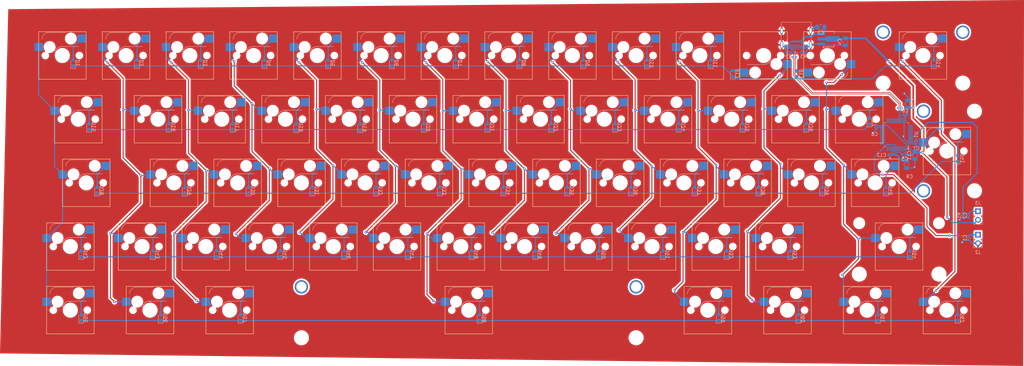
<source format=kicad_pcb>
(kicad_pcb (version 20240108) (generator "pcbnew") (generator_version "8.0")
  (layers (0 "F.Cu" power) (31 "B.Cu" signal) (34 "B.Paste" user) (35 "F.Paste" user) (36 "B.SilkS" user "B.Silkscreen") (37 "F.SilkS" user "F.Silkscreen") (38 "B.Mask" user) (39 "F.Mask" user) (44 "Edge.Cuts" user))
  (net 0 "")
  (net 1 "ROW1")
  (net 2 "COL1")
  (net 3 "COL2")
  (net 4 "COL3")
  (net 5 "COL4")
  (net 6 "COL5")
  (net 7 "COL6")
  (net 8 "COL7")
  (net 9 "COL8")
  (net 10 "COL9")
  (net 11 "COL10")
  (net 12 "COL11")
  (net 13 "COL12")
  (net 14 "COL13")
  (net 15 "ROW2")
  (net 16 "ROW3")
  (net 17 "ROW4")
  (net 18 "ROW5")
  (net 19 "COL14")
  (net 20 "NRST")
  (net 21 "GND")
  (net 22 "BOOT")
  (net 23 "+5V")
  (net 24 "+3.3V")
  (net 25 "D+")
  (net 26 "Net-(J1-CC2)")
  (net 27 "D-")
  (net 30 "Net-(J1-CC1)")
  (net 66 "Net-(D1-A)")
  (net 67 "Net-(D2-A)")
  (net 68 "Net-(D3-A)")
  (net 69 "Net-(D4-A)")
  (net 70 "Net-(D5-A)")
  (net 71 "Net-(D6-A)")
  (net 72 "Net-(D7-A)")
  (net 73 "Net-(D8-A)")
  (net 74 "Net-(D9-A)")
  (net 75 "Net-(D10-A)")
  (net 76 "Net-(D11-A)")
  (net 77 "Net-(D12-A)")
  (net 78 "Net-(D13-A)")
  (net 79 "Net-(D16-A)")
  (net 80 "Net-(D17-A)")
  (net 81 "Net-(D18-A)")
  (net 82 "Net-(D19-A)")
  (net 83 "Net-(D20-A)")
  (net 84 "Net-(D21-A)")
  (net 85 "Net-(D22-A)")
  (net 86 "Net-(D23-A)")
  (net 87 "Net-(D24-A)")
  (net 88 "Net-(D25-A)")
  (net 89 "Net-(D26-A)")
  (net 90 "Net-(D27-A)")
  (net 91 "Net-(D29-A)")
  (net 92 "Net-(D30-A)")
  (net 93 "Net-(D31-A)")
  (net 94 "Net-(D32-A)")
  (net 95 "Net-(D33-A)")
  (net 96 "Net-(D34-A)")
  (net 97 "Net-(D35-A)")
  (net 98 "Net-(D36-A)")
  (net 99 "Net-(D37-A)")
  (net 100 "Net-(D38-A)")
  (net 101 "Net-(D39-A)")
  (net 102 "Net-(D40-A)")
  (net 103 "Net-(D43-A)")
  (net 104 "Net-(D44-A)")
  (net 105 "Net-(D45-A)")
  (net 106 "Net-(D46-A)")
  (net 107 "Net-(D47-A)")
  (net 108 "Net-(D48-A)")
  (net 109 "Net-(D49-A)")
  (net 110 "Net-(D50-A)")
  (net 111 "Net-(D51-A)")
  (net 112 "Net-(D52-A)")
  (net 113 "Net-(D53-A)")
  (net 114 "Net-(D15-A)")
  (net 115 "Net-(D42-A)")
  (net 116 "Net-(D55-A)")
  (net 117 "Net-(D56-A)")
  (net 118 "Net-(D57-A)")
  (net 119 "Net-(D59-A)")
  (net 120 "Net-(D60-A)")
  (net 121 "Net-(D61-A)")
  (net 122 "Net-(D62-A)")
  (net 123 "Net-(D28-A)")
  (net 124 "Net-(D14-A)")
  (net 125 "Net-(D54-A)")
  (net 126 "Net-(D58-A)")
  (net 127 "Net-(D41-A)")
  (footprint "PCM_Switch_Keyboard_Hotswap_Kailh:SW_Hotswap_Kailh_MX_1.00u" (layer "F.Cu") (at 149.96 50.165)
    (property "Reference" "1.0_U19" (hide yes))
    (property "Value" "~")
  )
  (footprint "PCM_Switch_Keyboard_Hotswap_Kailh:SW_Hotswap_Kailh_MX_1.00u" (layer "F.Cu") (at 116.6225 69.215)
    (property "Reference" "1.0_U29" (hide yes))
    (property "Value" "~")
  )
  (footprint "PCM_marbastlib-mx:STAB_MX_P_2u" (layer "F.Cu") (at 283.31 31.115)
    (property "Reference" "S3" (hide yes))
    (property "Value" "MX_stab" (hide yes))
  )
  (footprint "PCM_Switch_Keyboard_Hotswap_Kailh:SW_Hotswap_Kailh_MX_1.00u" (layer "F.Cu") (at 45.185 31.115)
    (property "Reference" "1.0_U2" (hide yes))
    (property "Value" "~")
  )
  (footprint "PCM_Switch_Keyboard_Hotswap_Kailh:SW_Hotswap_Kailh_MX_ISOEnter" (layer "F.Cu") (at 290.45375 59.69)
    (property "Reference" "ENTER_U1" (hide yes))
    (property "Value" "~")
  )
  (footprint "PCM_Switch_Keyboard_Hotswap_Kailh:SW_Hotswap_Kailh_MX_1.00u" (layer "F.Cu") (at 59.4725 69.215)
    (property "Reference" "1.0_U26" (hide yes))
    (property "Value" "~")
  )
  (footprint "PCM_Switch_Keyboard_Hotswap_Kailh:SW_Hotswap_Kailh_MX_1.00u" (layer "F.Cu") (at 88.0475 88.265)
    (property "Reference" "1.0_U40" (hide yes))
    (property "Value" "~")
  )
  (footprint "PCM_marbastlib-mx:STAB_MX_2.75u" (layer "F.Cu") (at 276.16625 88.265)
    (property "Reference" "S4" (hide yes))
    (property "Value" "MX_stab" (hide yes))
  )
  (footprint "PCM_Switch_Keyboard_Hotswap_Kailh:SW_Hotswap_Kailh_MX_1.00u" (layer "F.Cu") (at 92.81 50.165)
    (property "Reference" "1.0_U16" (hide yes))
    (property "Value" "~")
  )
  (footprint "PCM_Switch_Keyboard_Hotswap_Kailh:SW_Hotswap_Kailh_MX_1.00u" (layer "F.Cu") (at 126.1475 88.265)
    (property "Reference" "1.0_U42" (hide yes))
    (property "Value" "~")
  )
  (footprint "PCM_Switch_Keyboard_Hotswap_Kailh:SW_Hotswap_Kailh_MX_1.00u" (layer "F.Cu") (at 83.285 31.115)
    (property "Reference" "1.0_U4" (hide yes))
    (property "Value" "~")
  )
  (footprint "PCM_Switch_Keyboard_Hotswap_Kailh:SW_Hotswap_Kailh_MX_1.25u" (layer "F.Cu") (at 52.32875 107.315)
    (property "Reference" "1.25_U3" (hide yes))
    (property "Value" "~")
  )
  (footprint "PCM_Switch_Keyboard_Hotswap_Kailh:SW_Hotswap_Kailh_MX_1.00u" (layer "F.Cu") (at 192.8225 69.215)
    (property "Reference" "1.0_U33" (hide yes))
    (property "Value" "~")
  )
  (footprint "PCM_Switch_Keyboard_Hotswap_Kailh:SW_Hotswap_Kailh_MX_1.00u" (layer "F.Cu") (at 221.3975 88.265)
    (property "Reference" "1.0_U47" (hide yes))
    (property "Value" "~")
  )
  (footprint "PCM_Switch_Keyboard_Hotswap_Kailh:SW_Hotswap_Kailh_MX_1.00u" (layer "F.Cu") (at 26.135 31.115)
    (property "Reference" "1.0_U1" (hide yes))
    (property "Value" "~")
  )
  (footprint "PCM_Switch_Keyboard_Hotswap_Kailh:SW_Hotswap_Kailh_MX_1.00u" (layer "F.Cu") (at 240.4475 88.265)
    (property "Reference" "1.0_U48" (hide yes))
    (property "Value" "~")
  )
  (footprint "PCM_Switch_Keyboard_Hotswap_Kailh:SW_Hotswap_Kailh_MX_1.50u" (layer "F.Cu") (at 30.8975 50.165)
    (property "Reference" "1.5_U1" (hide yes))
    (property "Value" "~")
  )
  (footprint "PCM_Switch_Keyboard_Hotswap_Kailh:SW_Hotswap_Kailh_MX_1.00u" (layer "F.Cu") (at 145.1975 88.265)
    (property "Reference" "1.0_U43" (hide yes))
    (property "Value" "~")
  )
  (footprint "PCM_Switch_Keyboard_Hotswap_Kailh:SW_Hotswap_Kailh_MX_1.00u" (layer "F.Cu") (at 173.7725 69.215)
    (property "Reference" "1.0_U32" (hide yes))
    (property "Value" "~")
  )
  (footprint "PCM_Switch_Keyboard_Hotswap_Kailh:SW_Hotswap_Kailh_MX_2.75u" (layer "F.Cu") (at 276.16625 88.265)
    (property "Reference" "2.75_U1" (hide yes))
    (property "Value" "~")
  )
  (footprint "PCM_Switch_Keyboard_Hotswap_Kailh:SW_Hotswap_Kailh_MX_1.75u" (layer "F.Cu") (at 33.27875 69.215)
    (property "Reference" "1.75_U1" (hide yes))
    (property "Value" "~")
  )
  (footprint "PCM_Switch_Keyboard_Hotswap_Kailh:SW_Hotswap_Kailh_MX_1.00u" (layer "F.Cu") (at 54.71 50.165)
    (property "Reference" "1.0_U14" (hide yes))
    (property "Value" "~")
  )
  (footprint "PCM_Switch_Keyboard_Hotswap_Kailh:SW_Hotswap_Kailh_MX_1.00u" (layer "F.Cu") (at 197.585 31.115)
    (property "Reference" "1.0_U10" (hide yes))
    (property "Value" "~")
  )
  (footprint "PCM_Switch_Keyboard_Hotswap_Kailh:SW_Hotswap_Kailh_MX_1.00u" (layer "F.Cu") (at 78.5225 69.215)
    (property "Reference" "1.0_U27" (hide yes))
    (property "Value" "~")
  )
  (footprint "PCM_Switch_Keyboard_Hotswap_Kailh:SW_Hotswap_Kailh_MX_1.00u" (layer "F.Cu") (at 245.21 50.165)
    (property "Reference" "1.0_U24" (hide yes))
    (property "Value" "~")
  )
  (footprint "PCM_Switch_Keyboard_Hotswap_Kailh:SW_Hotswap_Kailh_MX_1.00u" (layer "F.Cu") (at 264.26 50.165)
    (property "Reference" "1.0_U25" (hide yes))
    (property "Value" "~")
  )
  (footprint "PCM_Switch_Keyboard_Hotswap_Kailh:SW_Hotswap_Kailh_MX_1.00u" (layer "F.Cu") (at 164.2475 88.265)
    (property "Reference" "1.0_U44" (hide yes))
    (property "Value" "~")
  )
  (footprint "PCM_Switch_Keyboard_Hotswap_Kailh:SW_Hotswap_Kailh_MX_1.00u" (layer "F.Cu") (at 154.7225 69.215)
    (property "Reference" "1.0_U31" (hide yes))
    (property "Value" "~")
  )
  (footprint "PCM_Switch_Keyboard_Hotswap_Kailh:SW_Hotswap_Kailh_MX_1.00u" (layer "F.Cu") (at 111.86 50.165)
    (property "Reference" "1.0_U17" (hide yes))
    (property "Value" "~")
  )
  (footprint "PCM_Switch_Keyboard_Hotswap_Kailh:SW_Hotswap_Kailh_MX_1.00u" (layer "F.Cu") (at 121.385 31.115)
    (property "Reference" "1.0_U6" (hide yes))
    (property "Value" "~")
  )
  (footprint "PCM_Switch_Keyboard_Hotswap_Kailh:SW_Hotswap_Kailh_MX_1.00u" (layer "F.Cu") (at 64.235 31.115)
    (property "Reference" "1.0_U3" (hide yes))
    (property "Value" "~")
  )
  (footprint "PCM_Switch_Keyboard_Hotswap_Kailh:SW_Hotswap_Kailh_MX_1.00u" (layer "F.Cu") (at 230.9225 69.215)
    (property "Reference" "1.0_U35" (hide yes))
    (property "Value" "~")
  )
  (footprint "PCM_Switch_Keyboard_Hotswap_Kailh:SW_Hotswap_Kailh_MX_1.00u" (layer "F.Cu") (at 169.01 50.165)
    (property "Reference" "1.0_U20" (hide yes))
    (property "Value" "~")
  )
  (footprint "PCM_Switch_Keyboard_Hotswap_Kailh:SW_Hotswap_Kailh_MX_1.25u" (layer "F.Cu") (at 76.14125 107.315)
    (property "Reference" "1.25_U4" (hide yes))
    (property "Value" "~")
  )
  (footprint "PCM_Switch_Keyboard_Hotswap_Kailh:SW_Hotswap_Kailh_MX_1.00u" (layer "F.Cu") (at 254.735 31.115 180)
    (property "Reference" "1.0_U13" (hide yes))
    (property "Value" "~")
  )
  (footprint "PCM_Switch_Keyboard_Hotswap_Kailh:SW_Hotswap_Kailh_MX_1.00u" (layer "F.Cu") (at 183.2975 88.265)
    (property "Reference" "1.0_U45" (hide yes))
    (property "Value" "~")
  )
  (footprint "PCM_Switch_Keyboard_Hotswap_Kailh:SW_Hotswap_Kailh_MX_1.25u" (layer "F.Cu") (at 28.51625 88.265)
    (property "Reference" "1.25_U1" (hide yes))
    (property "Value" "~")
  )
  (footprint "PCM_Switch_Keyboard_Hotswap_Kailh:SW_Hotswap_Kailh_MX_1.00u" (layer "F.Cu") (at 235.685 31.115 180)
    (property "Reference" "1.0_U12" (hide yes))
    (property "Value" "~")
  )
  (footprint "PCM_Switch_Keyboard_Hotswap_Kailh:SW_Hotswap_Kailh_MX_1.25u" (layer "F.Cu") (at 290.45375 107.315)
    (property "Reference" "1.25_U8" (hide yes))
    (property "Value" "~")
  )
  (footprint "PCM_Switch_Keyboard_Hotswap_Kailh:SW_Hotswap_Kailh_MX_1.00u" (layer "F.Cu") (at 269.0225 69.215)
    (property "Reference" "1.0_U37" (hide yes))
    (property "Value" "~")
  )
  (footprint "PCM_Switch_Keyboard_Hotswap_Kailh:SW_Hotswap_Kailh_MX_1.25u" (layer "F.Cu") (at 266.64125 107.315)
    (property "Reference" "1.25_U7" (hide yes))
    (property "Value" "~")
  )
  (footprint "PCM_Switch_Keyboard_Hotswap_Kailh:SW_Hotswap_Kailh_MX_1.00u" (layer "F.Cu") (at 140.435 31.115)
    (property "Reference" "1.0_U7" (hide yes))
    (property "Value" "~")
  )
  (footprint "PCM_marbastlib-mx:STAB_MX_P_ISO" (layer "F.Cu") (at 290.45375 59.69)
    (property "Reference" "S2" (hide yes))
    (property "Value" "MX_stab" (hide yes))
  )
  (footprint "PCM_Switch_Keyboard_Hotswap_Kailh:SW_Hotswap_Kailh_MX_1.00u" (layer "F.Cu") (at 135.6725 69.215)
    (property "Reference" "1.0_U30" (hide yes))
    (property "Value" "~")
  )
  (footprint "PCM_Switch_Keyboard_Hotswap_Kailh:SW_Hotswap_Kailh_MX_1.00u" (layer "F.Cu") (at 49.9475 88.265)
    (property "Reference" "1.0_U38" (hide yes))
    (property "Value" "~")
  )
  (footprint "PCM_Switch_Keyboard_Hotswap_Kailh:SW_Hotswap_Kailh_MX_2.00u" (layer "F.Cu") (at 283.31 31.115)
    (property "Reference" "2.0_U1" (hide yes))
    (property "Value" "~")
  )
  (footprint "PCM_Switch_Keyboard_Hotswap_Kailh:SW_Hotswap_Kailh_MX_1.00u" (layer "F.Cu") (at 211.8725 69.215)
    (property "Reference" "1.0_U34" (hide yes))
    (property "Value" "~")
  )
  (footprint "PCM_Switch_Keyboard_Hotswap_Kailh:SW_Hotswap_Kailh_MX_6.25u" (layer "F.Cu") (at 147.57875 107.315)
    (property "Reference" "6.25_U1" (hide yes))
    (property "Value" "~")
  )
  (footprint "PCM_Switch_Keyboard_Hotswap_Kailh:SW_Hotswap_Kailh_MX_1.00u" (layer "F.Cu") (at 73.76 50.165)
    (property "Reference" "1.0_U15" (hide yes))
    (property "Value" "~")
  )
  (footprint "PCM_Switch_Keyboard_Hotswap_Kailh:SW_Hotswap_Kailh_MX_1.00u" (layer "F.Cu") (at 202.3475 88.265)
    (property "Reference" "1.0_U46" (hide yes))
    (property "Value" "~")
  )
  (footprint "PCM_Switch_Keyboard_Hotswap_Kailh:SW_Hotswap_Kailh_MX_1.00u" (layer "F.Cu") (at 216.635 31.115)
    (property "Reference" "1.0_U11" (hide yes))
    (property "Value" "~")
  )
  (footprint "PCM_Switch_Keyboard_Hotswap_Kailh:SW_Hotswap_Kailh_MX_1.00u" (layer "F.Cu") (at 178.535 31.115)
    (property "Reference" "1.0_U9" (hide yes))
    (property "Value" "~")
  )
  (footprint "PCM_Switch_Keyboard_Hotswap_Kailh:SW_Hotswap_Kailh_MX_1.00u" (layer "F.Cu") (at 97.5725 69.215)
    (property "Reference" "1.0_U28" (hide yes))
    (property "Value" "~")
  )
  (footprint "PCM_Switch_Keyboard_Hotswap_Kailh:SW_Hotswap_Kailh_MX_1.00u" (layer "F.Cu") (at 249.9725 69.215)
    (property "Reference" "1.0_U36" (hide yes))
    (property "Value" "~")
  )
  (footprint "PCM_Switch_Keyboard_Hotswap_Kailh:SW_Hotswap_Kailh_MX_1.00u" (layer "F.Cu") (at 102.335 31.115)
    (property "Reference" "1.0_U5" (hide yes))
    (property "Value" "~")
  )
  (footprint "PCM_Switch_Keyboard_Hotswap_Kailh:SW_Hotswap_Kailh_MX_1.25u" (layer "F.Cu") (at 219.01625 107.315)
    (property "Reference" "1.25_U5" (hide yes))
    (property "Value" "~")
  )
  (footprint "PCM_Switch_Keyboard_Hotswap_Kailh:SW_Hotswap_Kailh_MX_1.00u" (layer "F.Cu") (at 68.9975 88.265)
    (property "Reference" "1.0_U39" (hide yes))
    (property "Value" "~")
  )
  (footprint "PCM_Switch_Keyboard_Hotswap_Kailh:SW_Hotswap_Kailh_MX_1.25u" (layer "F.Cu") (at 242.82875 107.315)
    (property "Reference" "1.25_U6" (hide yes))
    (property "Value" "~")
  )
  (footprint "PCM_Switch_Keyboard_Hotswap_Kailh:SW_Hotswap_Kailh_MX_1.00u" (layer "F.Cu") (at 188.06 50.165)
    (property "Reference" "1.0_U21" (hide yes))
    (property "Value" "~")
  )
  (footprint "PCM_marbastlib-mx:STAB_MX_P_6.25u" (layer "F.Cu") (at 147.57875 107.315)
    (property "Reference" "S1" (hide yes))
    (property "Value" "MX_stab" (hide yes))
  )
  (footprint "PCM_Switch_Keyboard_Hotswap_Kailh:SW_Hotswap_Kailh_MX_1.00u" (layer "F.Cu") (at 107.0975 88.265)
    (property "Reference" "1.0_U41" (hide yes))
    (property "Value" "~")
  )
  (footprint "PCM_Switch_Keyboard_Hotswap_Kailh:SW_Hotswap_Kailh_MX_1.00u" (layer "F.Cu") (at 130.91 50.165)
    (property "Reference" "1.0_U18" (hide yes))
    (property "Value" "~")
  )
  (footprint "PCM_Switch_Keyboard_Hotswap_Kailh:SW_Hotswap_Kailh_MX_1.00u" (layer "F.Cu") (at 226.16 50.165)
    (property "Reference" "1.0_U23" (hide yes))
    (property "Value" "~")
  )
  (footprint "PCM_Switch_Keyboard_Hotswap_Kailh:SW_Hotswap_Kailh_MX_1.00u" (layer "F.Cu") (at 207.11 50.165)
    (property "Reference" "1.0_U22" (hide yes))
    (property "Value" "~")
  )
  (footprint "PCM_Switch_Keyboard_Hotswap_Kailh:SW_Hotswap_Kailh_MX_1.25u" (layer "F.Cu") (at 28.51625 107.315)
    (property "Reference" "1.25_U2" (hide yes))
    (property "Value" "~")
  )
  (footprint "PCM_Switch_Keyboard_Hotswap_Kailh:SW_Hotswap_Kailh_MX_1.00u" (layer "F.Cu") (at 159.485 31.115)
    (property "Reference" "1.0_U8" (hide yes))
    (property "Value" "~")
  )
  (footprint "Diode_SMD:D_0603_1608Metric_Pad1.05x0.95mm_HandSolder" (layer "B.Cu") (at 31.75 90.4875 90)
    (property "Reference" "D42")
    (property "Value" "D_Small")
  )
  (footprint "Capacitor_SMD:C_0805_2012Metric_Pad1.18x1.45mm_HandSolder" (layer "B.Cu") (at 278.4 63.7 -90)
    (property "Reference" "C9")
    (property "Value" "1uF")
  )
  (footprint "Package_QFP:LQFP-48_7x7mm_P0.5mm" (layer "B.Cu") (at 275.4 54.8 90)
    (property "Reference" "U1")
    (property "Value" "STM32F072CBT6")
  )
  (footprint "Diode_SMD:D_0603_1608Metric_Pad1.05x0.95mm_HandSolder" (layer "B.Cu") (at 100.80625 71.4375 90)
    (property "Reference" "D31")
    (property "Value" "D_Small")
  )
  (footprint "Diode_SMD:D_0603_1608Metric_Pad1.05x0.95mm_HandSolder" (layer "B.Cu") (at 129.38125 90.4875 90)
    (property "Reference" "D47")
    (property "Value" "D_Small")
  )
  (footprint "Diode_SMD:D_0603_1608Metric_Pad1.05x0.95mm_HandSolder" (layer "B.Cu") (at 205.58125 90.4875 90)
    (property "Reference" "D51")
    (property "Value" "D_Small")
  )
  (footprint "Diode_SMD:D_0603_1608Metric_Pad1.05x0.95mm_HandSolder" (layer "B.Cu") (at 150.8125 109.5375 90)
    (property "Reference" "D58")
    (property "Value" "D_Small")
  )
  (footprint "Diode_SMD:D_0603_1608Metric_Pad1.05x0.95mm_HandSolder" (layer "B.Cu") (at 177.00625 71.4375 90)
    (property "Reference" "D35")
    (property "Value" "D_Small")
  )
  (footprint "Diode_SMD:D_0603_1608Metric_Pad1.05x0.95mm_HandSolder" (layer "B.Cu") (at 245.6 36.6 90)
    (property "Reference" "D13")
    (property "Value" "D_Small")
  )
  (footprint "Diode_SMD:D_0603_1608Metric_Pad1.05x0.95mm_HandSolder" (layer "B.Cu") (at 53.18125 90.4875 90)
    (property "Reference" "D43")
    (property "Value" "D_Small")
  )
  (footprint "Connector_PinHeader_2.54mm:PinHeader_1x02_P2.54mm_Vertical" (layer "B.Cu") (at 299.75 77.725 180)
    (property "Reference" "J3")
    (property "Value" "Conn_01x02_Pin")
  )
  (footprint "Capacitor_SMD:C_0402_1005Metric_Pad0.74x0.62mm_HandSolder" (layer "B.Cu") (at 269.25 52.75 -90)
    (property "Reference" "C6")
    (property "Value" "100nF")
  )
  (footprint "Diode_SMD:D_0603_1608Metric_Pad1.05x0.95mm_HandSolder" (layer "B.Cu") (at 96.04375 52.5 90)
    (property "Reference" "D18")
    (property "Value" "D_Small")
  )
  (footprint "Capacitor_SMD:C_0805_2012Metric_Pad1.18x1.45mm_HandSolder" (layer "B.Cu") (at 278.7 45.6 90)
    (property "Reference" "C10")
    (property "Value" "4.7uF")
  )
  (footprint "Diode_SMD:D_0603_1608Metric_Pad1.05x0.95mm_HandSolder" (layer "B.Cu") (at 286.54375 33.3375 90)
    (property "Reference" "D14")
    (property "Value" "D_Small")
  )
  (footprint "Diode_SMD:D_0603_1608Metric_Pad1.05x0.95mm_HandSolder" (layer "B.Cu") (at 153.19375 52.3875 90)
    (property "Reference" "D21")
    (property "Value" "D_Small")
  )
  (footprint "Diode_SMD:D_0603_1608Metric_Pad1.05x0.95mm_HandSolder" (layer "B.Cu") (at 162.71875 33.3375 90)
    (property "Reference" "D8")
    (property "Value" "D_Small")
  )
  (footprint "Capacitor_SMD:C_0805_2012Metric_Pad1.18x1.45mm_HandSolder" (layer "B.Cu") (at 252.8 22.6)
    (property "Reference" "C3")
    (property "Value" "10uF")
  )
  (footprint "Diode_SMD:D_0603_1608Metric_Pad1.05x0.95mm_HandSolder" (layer "B.Cu") (at 110.33125 90.4875 90)
    (property "Reference" "D46")
    (property "Value" "D_Small")
  )
  (footprint "Diode_SMD:D_0603_1608Metric_Pad1.05x0.95mm_HandSolder" (layer "B.Cu") (at 72.23125 90.4875 90)
    (property "Reference" "D44")
    (property "Value" "D_Small")
  )
  (footprint "Capacitor_SMD:C_0402_1005Metric_Pad0.74x0.62mm_HandSolder" (layer "B.Cu") (at 281.3 56.8 90)
    (property "Reference" "C7")
    (property "Value" "100nF")
  )
  (footprint "Diode_SMD:D_0603_1608Metric_Pad1.05x0.95mm_HandSolder" (layer "B.Cu") (at 210.34375 52.3875 90)
    (property "Reference" "D24")
    (property "Value" "D_Small")
  )
  (footprint "Diode_SMD:D_0603_1608Metric_Pad1.05x0.95mm_HandSolder" (layer "B.Cu") (at 34.13125 52.3875 90)
    (property "Reference" "D15")
    (property "Value" "D_Small")
  )
  (footprint "Diode_SMD:D_0603_1608Metric_Pad1.05x0.95mm_HandSolder" (layer "B.Cu") (at 224.63125 90.4875 90)
    (property "Reference" "D52")
    (property "Value" "D_Small")
  )
  (footprint "Diode_SMD:D_0603_1608Metric_Pad1.05x0.95mm_HandSolder" (layer "B.Cu") (at 124.61875 33.3375 90)
    (property "Reference" "D6")
    (property "Value" "D_Small")
  )
  (footprint "Diode_SMD:D_0603_1608Metric_Pad1.05x0.95mm_HandSolder" (layer "B.Cu") (at 62.70625 71.4375 90)
    (property "Reference" "D29")
    (property "Value" "D_Small")
  )
  (footprint "Diode_SMD:D_0603_1608Metric_Pad1.05x0.95mm_HandSolder" (layer "B.Cu") (at 48.41875 33.3375 90)
    (property "Reference" "D2")
    (property "Value" "D_Small")
  )
  (footprint "Diode_SMD:D_0603_1608Metric_Pad1.05x0.95mm_HandSolder" (layer "B.Cu") (at 248.44375 52.3875 90)
    (property "Reference" "D26")
    (property "Value" "D_Small")
  )
  (footprint "Diode_SMD:D_0603_1608Metric_Pad1.05x0.95mm_HandSolder" (layer "B.Cu") (at 86.51875 33.3375 90)
    (property "Reference" "D4")
    (property "Value" "D_Small")
  )
  (footprint "Diode_SMD:D_0603_1608Metric_Pad1.05x0.95mm_HandSolder" (layer "B.Cu") (at 293.6875 109.5375 90)
    (property "Reference" "D62")
    (property "Value" "D_Small")
  )
  (footprint "Diode_SMD:D_0603_1608Metric_Pad1.05x0.95mm_HandSolder" (layer "B.Cu") (at 186.53125 90.4875 90)
    (property "Reference" "D50")
    (property "Value" "D_Small")
  )
  (footprint "Diode_SMD:D_0603_1608Metric_Pad1.05x0.95mm_HandSolder" (layer "B.Cu") (at 246.0625 109.5375 90)
    (property "Reference" "D60")
    (property "Value" "D_Small")
  )
  (footprint "Diode_SMD:D_0603_1608Metric_Pad1.05x0.95mm_HandSolder" (layer "B.Cu") (at 272.25625 71.4375 90)
    (property "Reference" "D40")
    (property "Value" "D_Small")
  )
  (footprint "Diode_SMD:D_0603_1608Metric_Pad1.05x0.95mm_HandSolder" (layer "B.Cu") (at 229.39375 52.3875 90)
    (property "Reference" "D25")
    (property "Value" "D_Small")
  )
  (footprint "Diode_SMD:D_0603_1608Metric_Pad1.05x0.95mm_HandSolder" (layer "B.Cu") (at 196.05625 71.4375 90)
    (property "Reference" "D36")
    (property "Value" "D_Small")
  )
  (footprint "Diode_SMD:D_0603_1608Metric_Pad1.05x0.95mm_HandSolder" (layer "B.Cu") (at 143.66875 33.3375 90)
    (property "Reference" "D7")
    (property "Value" "D_Small")
  )
  (footprint "Diode_SMD:D_0603_1608Metric_Pad1.05x0.95mm_HandSolder" (layer "B.Cu") (at 167.48125 90.4875 90)
    (property "Reference" "D49")
    (property "Value" "D_Small")
  )
  (footprint "Diode_SMD:D_0603_1608Metric_Pad1.05x0.95mm_HandSolder" (layer "B.Cu") (at 267.3 50.8 90)
    (property "Reference" "D27")
    (property "Value" "D_Small")
  )
  (footprint "Capacitor_SMD:C_0402_1005Metric_Pad0.74x0.62mm_HandSolder" (layer "B.Cu") (at 297 85.75 -90)
    (property "Reference" "C1")
    (property "Value" "100nF")
  )
  (footprint "Resistor_SMD:R_0402_1005Metric_Pad0.72x0.64mm_HandSolder" (layer "B.Cu") (at 243.2 30.3)
    (property "Reference" "R2")
    (property "Value" "5.1k")
  )
  (footprint "Diode_SMD:D_0603_1608Metric_Pad1.05x0.95mm_HandSolder" (layer "B.Cu") (at 67.46875 33.3375 90)
    (property "Reference" "D3")
    (property "Value" "D_Small")
  )
  (footprint "Diode_SMD:D_0603_1608Metric_Pad1.05x0.95mm_HandSolder" (layer "B.Cu") (at 234.15625 71.4375 90)
    (property "Reference" "D38")
    (property "Value" "D_Small")
  )
  (footprint "Diode_SMD:D_0603_1608Metric_Pad1.05x0.95mm_HandSolder" (layer "B.Cu") (at 31.75 109.5375 90)
    (property "Reference" "D55")
    (property "Value" "D_Small")
  )
  (footprint "Resistor_SMD:R_0402_1005Metric_Pad0.72x0.64mm_HandSolder" (layer "B.Cu") (at 295.25 79 -90)
    (property "Reference" "R1")
    (property "Value" "10k")
  )
  (footprint "Diode_SMD:D_0603_1608Metric_Pad1.05x0.95mm_HandSolder" (layer "B.Cu") (at 57.94375 52.3875 90)
    (property "Reference" "D16")
    (property "Value" "D_Small")
  )
  (footprint "Diode_SMD:D_0603_1608Metric_Pad1.05x0.95mm_HandSolder" (layer "B.Cu") (at 55.5625 109.5375 90)
    (property "Reference" "D56")
    (property "Value" "D_Small")
  )
  (footprint "Capacitor_SMD:C_0402_1005Metric_Pad0.74x0.62mm_HandSolder" (layer "B.Cu") (at 273.6 60.7 180)
    (property "Reference" "C12")
    (property "Value" "10nF")
  )
  (footprint "Diode_SMD:D_0603_1608Metric_Pad1.05x0.95mm_HandSolder" (layer "B.Cu") (at 243.68125 90.4875 90)
    (property "Reference" "D53")
    (property "Value" "D_Small")
  )
  (footprint "Diode_SMD:D_0603_1608Metric_Pad1.05x0.95mm_HandSolder" (layer "B.Cu") (at 279.4 90.4875 90)
    (property "Reference" "D54")
    (property "Value" "D_Small")
  )
  (footprint "Capacitor_SMD:C_0805_2012Metric_Pad1.18x1.45mm_HandSolder" (layer "B.Cu") (at 260.1 27 -90)
    (property "Reference" "C4")
    (property "Value" "22uF")
  )
  (footprint "Capacitor_SMD:C_0402_1005Metric_Pad0.74x0.62mm_HandSolder" (layer "B.Cu") (at 277.7 60.7 180)
    (property "Reference" "C5")
    (property "Value" "100nF")
  )
  (footprint "Diode_SMD:D_0603_1608Metric_Pad1.05x0.95mm_HandSolder" (layer "B.Cu") (at 81.75625 71.4375 90)
    (property "Reference" "D30")
    (property "Value" "D_Small")
  )
  (footprint "Diode_SMD:D_0603_1608Metric_Pad1.05x0.95mm_HandSolder" (layer "B.Cu") (at 79.375 109.5375 90)
    (property "Reference" "D57")
    (property "Value" "D_Small")
  )
  (footprint "Diode_SMD:D_0603_1608Metric_Pad1.05x0.95mm_HandSolder" (layer "B.Cu") (at 172.24375 52.3875 90)
    (property "Reference" "D22")
    (property "Value" "D_Small")
  )
  (footprint "Diode_SMD:D_0603_1608Metric_Pad1.05x0.95mm_HandSolder" (layer "B.Cu") (at 76.99375 52.3875 90)
    (property "Reference" "D17")
    (property "Value" "D_Small")
  )
  (footprint "Diode_SMD:D_0603_1608Metric_Pad1.05x0.95mm_HandSolder" (layer "B.Cu") (at 138.90625 71.4375 90)
    (property "Reference" "D33")
    (property "Value" "D_Small")
  )
  (footprint "Diode_SMD:D_0603_1608Metric_Pad1.05x0.95mm_HandSolder" (layer "B.Cu") (at 253.20625 71.4375 90)
    (property "Reference" "D39")
    (property "Value" "D_Small")
  )
  (footprint "Diode_SMD:D_0603_1608Metric_Pad1.05x0.95mm_HandSolder" (layer "B.Cu") (at 36.5125 71.4375 90)
    (property "Reference" "D28")
    (property "Value" "D_Small")
  )
  (footprint "Package_TO_SOT_SMD:SOT-89-3_Handsoldering" (layer "B.Cu") (at 255.4 26.1625)
    (property "Reference" "U2")
    (property "Value" "AZ1117C-3.3")
  )
  (footprint "Diode_SMD:D_0603_1608Metric_Pad1.05x0.95mm_HandSolder" (layer "B.Cu") (at 293.6875 61.9125 90)
    (property "Reference" "D41")
    (property "Value" "D_Small")
  )
  (footprint "Diode_SMD:D_0603_1608Metric_Pad1.05x0.95mm_HandSolder" (layer "B.Cu") (at 119.85625 71.4375 90)
    (property "Reference" "D32")
    (property "Value" "D_Small")
  )
  (footprint "Diode_SMD:D_0603_1608Metric_Pad1.05x0.95mm_HandSolder" (layer "B.Cu") (at 134.14375 52.3875 90)
    (property "Reference" "D20")
    (property "Value" "D_Small")
  )
  (footprint "Diode_SMD:D_0603_1608Metric_Pad1.05x0.95mm_HandSolder" (layer "B.Cu") (at 226.5 36.5 90)
    (property "Reference" "D12")
    (property "Value" "D_Small")
  )
  (footprint "Diode_SMD:D_0603_1608Metric_Pad1.05x0.95mm_HandSolder" (layer "B.Cu") (at 148.43125 90.4875 90)
    (property "Reference" "D48")
    (property "Value" "D_Small")
  )
  (footprint "Diode_SMD:D_0603_1608Metric_Pad1.05x0.95mm_HandSolder" (layer "B.Cu") (at 215.10625 71.4375 90)
    (property "Reference" "D37")
    (property "Value" "D_Small")
  )
  (footprint "Connector_PinHeader_2.54mm:PinHeader_1x02_P2.54mm_Vertical" (layer "B.Cu") (at 299.75 84.725 180)
    (property "Reference" "J2")
    (property "Value" "Conn_01x02_Pin")
  )
  (footprint "Diode_SMD:D_0603_1608Metric_Pad1.05x0.95mm_HandSolder" (layer "B.Cu") (at 105.56875 33.3375 90)
    (property "Reference" "D5")
    (property "Value" "D_Small")
  )
  (footprint "Diode_SMD:D_0603_1608Metric_Pad1.05x0.95mm_HandSolder" (layer "B.Cu") (at 115.09375 52.5 90)
    (property "Reference" "D19")
    (property "Value" "D_Small")
  )
  (footprint "Diode_SMD:D_0603_1608Metric_Pad1.05x0.95mm_HandSolder" (layer "B.Cu") (at 219.86875 33.3375 90)
    (property "Reference" "D11")
    (property "Value" "D_Small")
  )
  (footprint "Diode_SMD:D_0603_1608Metric_Pad1.05x0.95mm_HandSolder" (layer "B.Cu") (at 222.25 109.5375 90)
    (property "Reference" "D59")
    (property "Value" "D_Small")
  )
  (footprint "Diode_SMD:D_0603_1608Metric_Pad1.05x0.95mm_HandSolder" (layer "B.Cu") (at 200.81875 33.3375 90)
    (property "Reference" "D10")
    (property "Value" "D_Small")
  )
  (footprint "Capacitor_SMD:C_0402_1005Metric_Pad0.74x0.62mm_HandSolder" (layer "B.Cu") (at 278 48.8 180)
    (property "Reference" "C8")
    (property "Value" "100nF")
  )
  (footprint "Diode_SMD:D_0603_1608Metric_Pad1.05x0.95mm_HandSolder" (layer "B.Cu") (at 269.875 109.5375 90)
    (property "Reference" "D61")
    (property "Value" "D_Small")
  )
  (footprint "Resistor_SMD:R_0402_1005Metric_Pad0.72x0.64mm_HandSolder" (layer "B.Cu") (at 247.5 30.2 180)
    (property "Reference" "R3")
    (property "Value" "5.1k")
  )
  (footprint "Diode_SMD:D_0603_1608Metric_Pad1.05x0.95mm_HandSolder" (layer "B.Cu") (at 29.36875 33.3375 90)
    (property "Reference" "D1")
    (property "Value" "D_Small")
  )
  (footprint "Diode_SMD:D_0603_1608Metric_Pad1.05x0.95mm_HandSolder" (layer "B.Cu") (at 181.76875 33.3375 90)
    (property "Reference" "D9")
    (property "Value" "D_Small")
  )
  (footprint "Capacitor_SMD:C_0805_2012Metric_Pad1.18x1.45mm_HandSolder" (layer "B.Cu") (at 280.9 61 -90)
    (property "Reference" "C11")
    (property "Value" "4.7uF")
  )
  (footprint "Capacitor_SMD:C_0402_1005Metric_Pad0.74x0.62mm_HandSolder" (layer "B.Cu") (at 297 79 -90)
    (property "Reference" "C2")
    (property "Value" "100nF")
  )
  (footprint "Connector_USB:USB_C_Receptacle_Palconn_UTC16-G" (layer "B.Cu") (at 245.4 25.975)
    (property "Reference" "J1")
    (property "Value" "USB_C_Receptacle_USB2.0_16P")
  )
  (footprint "Diode_SMD:D_0603_1608Metric_Pad1.05x0.95mm_HandSolder" (layer "B.Cu") (at 191.29375 52.3875 90)
    (property "Reference" "D23")
    (property "Value" "D_Small")
  )
  (footprint "Diode_SMD:D_0603_1608Metric_Pad1.05x0.95mm_HandSolder" (layer "B.Cu") (at 91.28125 90.4875 90)
    (property "Reference" "D45")
    (property "Value" "D_Small")
  )
  (footprint "Diode_SMD:D_0603_1608Metric_Pad1.05x0.95mm_HandSolder" (layer "B.Cu") (at 157.95625 71.4375 90)
    (property "Reference" "D34")
    (property "Value" "D_Small")
  )
  (segment (start 244.951 38.124) (end 245.6 37.475) (width 0.3) (layer "B.Cu") (net 1))
  (segment (start 223.3375 34.2125) (end 226.5 37.375) (width 0.3) (layer "B.Cu") (net 1))
  (segment (start 226.5 37.375) (end 227.249 38.124) (width 0.3) (layer "B.Cu") (net 1))
  (segment (start 246.249 38.124) (end 268.176 38.124) (width 0.3) (layer "B.Cu") (net 1))
  (segment (start 272.0875 34.2125) (end 286.54375 34.2125) (width 0.3) (layer "B.Cu") (net 1))
  (segment (start 219.86875 34.2125) (end 223.3375 34.2125) (width 0.3) (layer "B.Cu") (net 1))
  (segment (start 268.176 38.124) (end 272.0875 34.2125) (width 0.3) (layer "B.Cu") (net 1))
  (segment (start 245.6 37.475) (end 246.249 38.124) (width 0.3) (layer "B.Cu") (net 1))
  (segment (start 29.36875 34.2125) (end 219.86875 34.2125) (width 0.3) (layer "B.Cu") (net 1))
  (segment (start 227.249 38.124) (end 244.951 38.124) (width 0.3) (layer "B.Cu") (net 1))
  (segment (start 26.19375 80.9625) (end 21.43125 85.725) (width 0.3) (layer "B.Cu") (net 2))
  (segment (start 19.05 28.575) (end 19.05 42.8625) (width 0.3) (layer "B.Cu") (net 2))
  (segment (start 19.05 42.8625) (end 23.8125 47.625) (width 0.3) (layer "B.Cu") (net 2))
  (segment (start 26.19375 66.675) (end 26.19375 80.9625) (width 0.3) (layer "B.Cu") (net 2))
  (segment (start 23.8125 47.625) (end 23.8125 64.29375) (width 0.3) (layer "B.Cu") (net 2))
  (segment (start 23.8125 64.29375) (end 26.19375 66.675) (width 0.3) (layer "B.Cu") (net 2))
  (segment (start 21.43125 85.725) (end 21.43125 104.775) (width 0.3) (layer "B.Cu") (net 2))
  (segment (start 44.3 61.7) (end 49.6 67) (width 0.3) (layer "F.Cu") (net 3))
  (segment (start 49.6 75.2) (end 40.5 84.3) (width 0.3) (layer "F.Cu") (net 3))
  (segment (start 44.3 47.3) (end 44.3 61.7) (width 0.3) (layer "F.Cu") (net 3))
  (segment (start 40.5 103.6) (end 41.7 104.8) (width 0.3) (layer "F.Cu") (net 3))
  (segment (start 44.3 37.9) (end 44.3 47.3) (width 0.3) (layer "F.Cu") (net 3))
  (segment (start 39.5 33.1) (end 44.3 37.9) (width 0.3) (layer "F.Cu") (net 3))
  (segment (start 49.6 67) (end 49.6 75.2) (width 0.3) (layer "F.Cu") (net 3))
  (segment (start 40.5 84.3) (end 40.5 103.6) (width 0.3) (layer "F.Cu") (net 3))
  (via (at 41.7 104.8) (size 0.7) (drill 0.3) (layers "F.Cu" "B.Cu") (net 3))
  (via (at 49.6 67) (size 0.7) (drill 0.3) (layers "F.Cu" "B.Cu") (net 3))
  (via (at 44.3 47.3) (size 0.7) (drill 0.3) (layers "F.Cu" "B.Cu") (net 3))
  (via (at 39.5 33.1) (size 0.7) (drill 0.3) (layers "F.Cu" "B.Cu") (net 3))
  (via (at 40.5 84.3) (size 0.7) (drill 0.3) (layers "F.Cu" "B.Cu") (net 3))
  (segment (start 52.0625 67) (end 52.3875 66.675) (width 0.3) (layer "B.Cu") (net 3))
  (segment (start 49.6 67) (end 52.0625 67) (width 0.3) (layer "B.Cu") (net 3))
  (segment (start 41.725 104.775) (end 45.24375 104.775) (width 0.3) (layer "B.Cu") (net 3))
  (segment (start 45.3 47.3) (end 45.625 47.625) (width 0.3) (layer "B.Cu") (net 3))
  (segment (start 40.5 84.3) (end 41.4375 84.3) (width 0.3) (layer "B.Cu") (net 3))
  (segment (start 41.4375 84.3) (end 42.8625 85.725) (width 0.3) (layer "B.Cu") (net 3))
  (segment (start 45.625 47.625) (end 47.625 47.625) (width 0.3) (layer "B.Cu") (net 3))
  (segment (start 44.3 47.3) (end 45.3 47.3) (width 0.3) (layer "B.Cu") (net 3))
  (segment (start 38.1 31.7) (end 39.5 33.1) (width 0.3) (layer "B.Cu") (net 3))
  (segment (start 38.1 28.575) (end 38.1 31.7) (width 0.3) (layer "B.Cu") (net 3))
  (segment (start 41.7 104.8) (end 41.725 104.775) (width 0.3) (layer "B.Cu") (net 3))
  (segment (start 59.5 84.4) (end 59.5 97.7) (width 0.3) (layer "F.Cu") (net 4))
  (segment (start 69.1 65.6) (end 69.1 74.8) (width 0.3) (layer "F.Cu") (net 4))
  (segment (start 63.8 47.4) (end 63.8 60.3) (width 0.3) (layer "F.Cu") (net 4))
  (segment (start 63.8 38.3) (end 63.8 47.4) (width 0.3) (layer "F.Cu") (net 4))
  (segment (start 59.5 97.7) (end 66.2 104.4) (width 0.3) (layer "F.Cu") (net 4))
  (segment (start 63.8 60.3) (end 69.1 65.6) (width 0.3) (layer "F.Cu") (net 4))
  (segment (start 58.6 33.1) (end 63.8 38.3) (width 0.3) (layer "F.Cu") (net 4))
  (segment (start 69.1 74.8) (end 59.5 84.4) (width 0.3) (layer "F.Cu") (net 4))
  (via (at 66.2 104.4) (size 0.7) (drill 0.3) (layers "F.Cu" "B.Cu") (net 4))
  (via (at 63.8 47.4) (size 0.7) (drill 0.3) (layers "F.Cu" "B.Cu") (net 4))
  (via (at 59.5 84.4) (size 0.7) (drill 0.3) (layers "F.Cu" "B.Cu") (net 4))
  (via (at 58.6 33.1) (size 0.7) (drill 0.3) (layers "F.Cu" "B.Cu") (net 4))
  (via (at 69.1 65.6) (size 0.7) (drill 0.3) (layers "F.Cu" "B.Cu") (net 4))
  (segment (start 66.2 104.4) (end 66.575 104.775) (width 0.3) (layer "B.Cu") (net 4))
  (segment (start 63.8 47.4) (end 66.45 47.4) (width 0.3) (layer "B.Cu") (net 4))
  (segment (start 59.5 84.4) (end 60.5875 84.4) (width 0.3) (layer "B.Cu") (net 4))
  (segment (start 70.3625 65.6) (end 71.4375 66.675) (width 0.3) (layer "B.Cu") (net 4))
  (segment (start 66.45 47.4) (end 66.675 47.625) (width 0.3) (layer "B.Cu") (net 4))
  (segment (start 60.5875 84.4) (end 61.9125 85.725) (width 0.3) (layer "B.Cu") (net 4))
  (segment (start 69.1 65.6) (end 70.3625 65.6) (width 0.3) (layer "B.Cu") (net 4))
  (segment (start 57.15 28.575) (end 57.15 31.65) (width 0.3) (layer "B.Cu") (net 4))
  (segment (start 57.15 31.65) (end 58.6 33.1) (width 0.3) (layer "B.Cu") (net 4))
  (segment (start 66.575 104.775) (end 69.05625 104.775) (width 0.3) (layer "B.Cu") (net 4))
  (segment (start 77.5 40.2) (end 82.8 45.5) (width 0.3) (layer "F.Cu") (net 5))
  (segment (start 88 74.5) (end 78 84.5) (width 0.3) (layer "F.Cu") (net 5))
  (segment (start 77.5 32.9) (end 77.5 40.2) (width 0.3) (layer "F.Cu") (net 5))
  (segment (start 88 65) (end 88 74.5) (width 0.3) (layer "F.Cu") (net 5))
  (segment (start 82.8 59.8) (end 88 65) (width 0.3) (layer "F.Cu") (net 5))
  (segment (start 82.8 45.5) (end 82.8 59.8) (width 0.3) (layer "F.Cu") (net 5))
  (via (at 82.8 45.5) (size 0.7) (drill 0.3) (layers "F.Cu" "B.Cu") (net 5))
  (via (at 78 84.5) (size 0.7) (drill 0.3) (layers "F.Cu" "B.Cu") (net 5))
  (via (at 88 65) (size 0.7) (drill 0.3) (layers "F.Cu" "B.Cu") (net 5))
  (via (at 77.5 32.9) (size 0.7) (drill 0.3) (layers "F.Cu" "B.Cu") (net 5))
  (segment (start 82.8 45.5) (end 84.925 47.625) (width 0.3) (layer "B.Cu") (net 5))
  (segment (start 89.675 66.675) (end 90.4875 66.675) (width 0.3) (layer "B.Cu") (net 5))
  (segment (start 79.225 85.725) (end 80.9625 85.725) (width 0.3) (layer "B.Cu") (net 5))
  (segment (start 84.925 47.625) (end 85.725 47.625) (width 0.3) (layer "B.Cu") (net 5))
  (segment (start 78 84.5) (end 79.225 85.725) (width 0.3) (layer "B.Cu") (net 5))
  (segment (start 88 65) (end 89.675 66.675) (width 0.3) (layer "B.Cu") (net 5))
  (segment (start 76.2 31.6) (end 77.5 32.9) (width 0.3) (layer "B.Cu") (net 5))
  (segment (start 76.2 28.575) (end 76.2 31.6) (width 0.3) (layer "B.Cu") (net 5))
  (segment (start 96.8 33.1) (end 102.1 38.4) (width 0.3) (layer "F.Cu") (net 6))
  (segment (start 102.1 59.1) (end 107 64) (width 0.3) (layer "F.Cu") (net 6))
  (segment (start 107 74.1) (end 97.1 84) (width 0.3) (layer "F.Cu") (net 6))
  (segment (start 107 64) (end 107 74.1) (width 0.3) (layer "F.Cu") (net 6))
  (segment (start 102.1 38.4) (end 102.1 47.2) (width 0.3) (layer "F.Cu") (net 6))
  (segment (start 102.1 47.2) (end 102.1 59.1) (width 0.3) (layer "F.Cu") (net 6))
  (via (at 96.8 33.1) (size 0.7) (drill 0.3) (layers "F.Cu" "B.Cu") (net 6))
  (via (at 107 64) (size 0.7) (drill 0.3) (layers "F.Cu" "B.Cu") (net 6))
  (via (at 97.1 84) (size 0.7) (drill 0.3) (layers "F.Cu" "B.Cu") (net 6))
  (via (at 102.1 47.2) (size 0.7) (drill 0.3) (layers "F.Cu" "B.Cu") (net 6))
  (segment (start 102.1 47.2) (end 104.35 47.2) (width 0.3) (layer "B.Cu") (net 6))
  (segment (start 104.35 47.2) (end 104.775 47.625) (width 0.3) (layer "B.Cu") (net 6))
  (segment (start 95.25 28.575) (end 95.25 31.55) (width 0.3) (layer "B.Cu") (net 6))
  (segment (start 107 64) (end 109.5375 66.5375) (width 0.3) (layer "B.Cu") (net 6))
  (segment (start 98.825 85.725) (end 100.0125 85.725) (width 0.3) (layer "B.Cu") (net 6))
  (segment (start 97.1 84) (end 98.825 85.725) (width 0.3) (layer "B.Cu") (net 6))
  (segment (start 95.25 31.55) (end 96.8 33.1) (width 0.3) (layer "B.Cu") (net 6))
  (segment (start 109.5375 66.5375) (end 109.5375 66.675) (width 0.3) (layer "B.Cu") (net 6))
  (segment (start 125.7 64.2) (end 125.7 75.1) (width 0.3) (layer "F.Cu") (net 7))
  (segment (start 121 38.4) (end 121 47.4) (width 0.3) (layer "F.Cu") (net 7))
  (segment (start 115.8 33.2) (end 121 38.4) (width 0.3) (layer "F.Cu") (net 7))
  (segment (start 121 59.5) (end 125.7 64.2) (width 0.3) (layer "F.Cu") (net 7))
  (segment (start 125.7 75.1) (end 116.8 84) (width 0.3) (layer "F.Cu") (net 7))
  (segment (start 121 47.4) (end 121 59.5) (width 0.3) (layer "F.Cu") (net 7))
  (via (at 121 47.4) (size 0.7) (drill 0.3) (layers "F.Cu" "B.Cu") (net 7))
  (via (at 116.8 84) (size 0.7) (drill 0.3) (layers "F.Cu" "B.Cu") (net 7))
  (via (at 115.8 33.2) (size 0.7) (drill 0.3) (layers "F.Cu" "B.Cu") (net 7))
  (via (at 125.7 64.2) (size 0.7) (drill 0.3) (layers "F.Cu" "B.Cu") (net 7))
  (segment (start 114.3 31.7) (end 115.8 33.2) (width 0.3) (layer "B.Cu") (net 7))
  (segment (start 123.6 47.4) (end 123.825 47.625) (width 0.3) (layer "B.Cu") (net 7))
  (segment (start 126.1125 64.2) (end 128.5875 66.675) (width 0.3) (layer "B.Cu") (net 7))
  (segment (start 116.8 84) (end 117.3375 84) (width 0.3) (layer "B.Cu") (net 7))
  (segment (start 117.3375 84) (end 119.0625 85.725) (width 0.3) (layer "B.Cu") (net 7))
  (segment (start 114.3 28.575) (end 114.3 31.7) (width 0.3) (layer "B.Cu") (net 7))
  (segment (start 125.7 64.2) (end 126.1125 64.2) (width 0.3) (layer "B.Cu") (net 7))
  (segment (start 121 47.4) (end 123.6 47.4) (width 0.3) (layer "B.Cu") (net 7))
  (segment (start 139.8 59.6) (end 145.3 65.1) (width 0.3) (layer "F.Cu") (net 8))
  (segment (start 139.8 47.7) (end 139.8 59.6) (width 0.3) (layer "F.Cu") (net 8))
  (segment (start 134.8 33.2) (end 139.8 38.2) (width 0.3) (layer "F.Cu") (net 8))
  (segment (start 135.1 102.6) (end 137 104.5) (width 0.3) (layer "F.Cu") (net 8))
  (segment (start 139.8 38.2) (end 139.8 47.7) (width 0.3) (layer "F.Cu") (net 8))
  (segment (start 135.1 84.4) (end 135.1 102.6) (width 0.3) (layer "F.Cu") (net 8))
  (segment (start 145.3 65.1) (end 145.3 74.2) (width 0.3) (layer "F.Cu") (net 8))
  (segment (start 145.3 74.2) (end 135.1 84.4) (width 0.3) (layer "F.Cu") (net 8))
  (via (at 137 104.5) (size 0.7) (drill 0.3) (layers "F.Cu" "B.Cu") (net 8))
  (via (at 135.1 84.4) (size 0.7) (drill 0.3) (layers "F.Cu" "B.Cu") (net 8))
  (via (at 139.8 47.7) (size 0.7) (drill 0.3) (layers "F.Cu" "B.Cu") (net 8))
  (via (at 145.3 65.1) (size 0.7) (drill 0.3) (layers "F.Cu" "B.Cu") (net 8))
  (via (at 134.8 33.2) (size 0.7) (drill 0.3) (layers "F.Cu" "B.Cu") (net 8))
  (segment (start 137 104.5) (end 137.275 104.775) (width 0.3) (layer "B.Cu") (net 8))
  (segment (start 133.35 31.75) (end 134.8 33.2) (width 0.3) (layer "B.Cu") (net 8))
  (segment (start 135.1 84.4) (end 136.425 85.725) (width 0.3) (layer "B.Cu") (net 8))
  (segment (start 146.0625 65.1) (end 147.6375 66.675) (width 0.3) (layer "B.Cu") (net 8))
  (segment (start 136.425 85.725) (end 138.1125 85.725) (width 0.3) (layer "B.Cu") (net 8))
  (segment (start 137.275 104.775) (end 140.49375 104.775) (width 0.3) (layer "B.Cu") (net 8))
  (segment (start 140.375 47.625) (end 142.875 47.625) (width 0.3) (layer "B.Cu") (net 8))
  (segment (start 133.35 28.575) (end 133.35 31.75) (width 0.3) (layer "B.Cu") (net 8))
  (segment (start 140.3 47.7) (end 140.375 47.625) (width 0.3) (layer "B.Cu") (net 8))
  (segment (start 145.3 65.1) (end 146.0625 65.1) (width 0.3) (layer "B.Cu") (net 8))
  (segment (start 139.8 47.7) (end 140.3 47.7) (width 0.3) (layer "B.Cu") (net 8))
  (segment (start 164.2 65) (end 164.2 74.5) (width 0.3) (layer "F.Cu") (net 9))
  (segment (start 158.7 59.5) (end 164.2 65) (width 0.3) (layer "F.Cu") (net 9))
  (segment (start 158.7 47.5) (end 158.7 59.5) (width 0.3) (layer "F.Cu") (net 9))
  (segment (start 158.7 38.4) (end 158.7 47.5) (width 0.3) (layer "F.Cu") (net 9))
  (segment (start 153.3 33) (end 158.7 38.4) (width 0.3) (layer "F.Cu") (net 9))
  (segment (start 164.2 74.5) (end 154.6 84.1) (width 0.3) (layer "F.Cu") (net 9))
  (via (at 154.6 84.1) (size 0.7) (drill 0.3) (layers "F.Cu" "B.Cu") (net 9))
  (via (at 158.7 47.5) (size 0.7) (drill 0.3) (layers "F.Cu" "B.Cu") (net 9))
  (via (at 153.3 33) (size 0.7) (drill 0.3) (layers "F.Cu" "B.Cu") (net 9))
  (via (at 164.2 65) (size 0.7) (drill 0.3) (layers "F.Cu" "B.Cu") (net 9))
  (segment (start 159.6 47.5) (end 159.725 47.625) (width 0.3) (layer "B.Cu") (net 9))
  (segment (start 164.2 65) (end 165.875 66.675) (width 0.3) (layer "B.Cu") (net 9))
  (segment (start 152.4 28.575) (end 152.4 32.1) (width 0.3) (layer "B.Cu") (net 9))
  (segment (start 152.4 32.1) (end 153.3 33) (width 0.3) (layer "B.Cu") (net 9))
  (segment (start 159.725 47.625) (end 161.925 47.625) (width 0.3) (layer "B.Cu") (net 9))
  (segment (start 156.225 85.725) (end 157.1625 85.725) (width 0.3) (layer "B.Cu") (net 9))
  (segment (start 158.7 47.5) (end 159.6 47.5) (width 0.3) (layer "B.Cu") (net 9))
  (segment (start 154.6 84.1) (end 156.225 85.725) (width 0.3) (layer "B.Cu") (net 9))
  (segment (start 165.875 66.675) (end 166.6875 66.675) (width 0.3) (layer "B.Cu") (net 9))
  (segment (start 178 59.5) (end 183.5 65) (width 0.3) (layer "F.Cu") (net 10))
  (segment (start 178 47.1) (end 178 59.5) (width 0.3) (layer "F.Cu") (net 10))
  (segment (start 183.5 74.4) (end 173.6 84.3) (width 0.3) (layer "F.Cu") (net 10))
  (segment (start 172.7 33.2) (end 178 38.5) (width 0.3) (layer "F.Cu") (net 10))
  (segment (start 183.5 65) (end 183.5 74.4) (width 0.3) (layer "F.Cu") (net 10))
  (segment (start 178 38.5) (end 178 47.1) (width 0.3) (layer "F.Cu") (net 10))
  (via (at 178 47.1) (size 0.7) (drill 0.3) (layers "F.Cu" "B.Cu") (net 10))
  (via (at 172.7 33.2) (size 0.7) (drill 0.3) (layers "F.Cu" "B.Cu") (net 10))
  (via (at 183.5 65) (size 0.7) (drill 0.3) (layers "F.Cu" "B.Cu") (net 10))
  (via (at 173.6 84.3) (size 0.7) (drill 0.3) (layers "F.Cu" "B.Cu") (net 10))
  (segment (start 173.6 84.3) (end 174.7875 84.3) (width 0.3) (layer "B.Cu") (net 10))
  (segment (start 184.0625 65) (end 185.7375 66.675) (width 0.3) (layer "B.Cu") (net 10))
  (segment (start 171.45 28.575) (end 171.45 31.95) (width 0.3) (layer "B.Cu") (net 10))
  (segment (start 178 47.1) (end 178.525 47.625) (width 0.3) (layer "B.Cu") (net 10))
  (segment (start 174.7875 84.3) (end 176.2125 85.725) (width 0.3) (layer "B.Cu") (net 10))
  (segment (start 183.5 65) (end 184.0625 65) (width 0.3) (layer "B.Cu") (net 10))
  (segment (start 171.45 31.95) (end 172.7 33.2) (width 0.3) (layer "B.Cu") (net 10))
  (segment (start 178.525 47.625) (end 180.975 47.625) (width 0.3) (layer "B.Cu") (net 10))
  (segment (start 197.3 38.3) (end 197.3 47.5) (width 0.3) (layer "F.Cu") (net 11))
  (segment (start 202.3 64.2) (end 202.3 73.5) (width 0.3) (layer "F.Cu") (net 11))
  (segment (start 192.1 33.1) (end 197.3 38.3) (width 0.3) (layer "F.Cu") (net 11))
  (segment (start 197.3 47.5) (end 197.3 59.2) (width 0.3) (layer "F.Cu") (net 11))
  (segment (start 202.3 73.5) (end 192.5 83.3) (width 0.3) (layer "F.Cu") (net 11))
  (segment (start 197.3 59.2) (end 202.3 64.2) (width 0.3) (layer "F.Cu") (net 11))
  (via (at 202.3 64.2) (size 0.7) (drill 0.3) (layers "F.Cu" "B.Cu") (net 11))
  (via (at 192.5 83.3) (size 0.7) (drill 0.3) (layers "F.Cu" "B.Cu") (net 11))
  (via (at 197.3 47.5) (size 0.7) (drill 0.3) (layers "F.Cu" "B.Cu") (net 11))
  (via (at 192.1 33.1) (size 0.7) (drill 0.3) (layers "F.Cu" "B.Cu") (net 11))
  (segment (start 190.5 31.5) (end 192.1 33.1) (width 0.3) (layer "B.Cu") (net 11))
  (segment (start 204.775 66.675) (end 204.7875 66.675) (width 0.3) (layer "B.Cu") (net 11))
  (segment (start 199.9 47.5) (end 200.025 47.625) (width 0.3) (layer "B.Cu") (net 11))
  (segment (start 202.3 64.2) (end 204.775 66.675) (width 0.3) (layer "B.Cu") (net 11))
  (segment (start 190.5 28.575) (end 190.5 31.5) (width 0.3) (layer "B.Cu") (net 11))
  (segment (start 192.5 83.3) (end 194.925 85.725) (width 0.3) (layer "B.Cu") (net 11))
  (segment (start 194.925 85.725) (end 195.2625 85.725) (width 0.3) (layer "B.Cu") (net 11))
  (segment (start 197.3 47.5) (end 199.9 47.5) (width 0.3) (layer "B.Cu") (net 11))
  (segment (start 221.5 74.1) (end 211.6 84) (width 0.3) (layer "F.Cu") (net 12))
  (segment (start 216.1 47.5) (end 216.1 58.5) (width 0.3) (layer "F.Cu") (net 12))
  (segment (start 221.5 63.9) (end 221.5 74.1) (width 0.3) (layer "F.Cu") (net 12))
  (segment (start 211.6 84) (end 211.6 98.8) (width 0.3) (layer "F.Cu") (net 12))
  (segment (start 216.1 38.7) (end 216.1 47.5) (width 0.3) (layer "F.Cu") (net 12))
  (segment (start 210.6 33.2) (end 216.1 38.7) (width 0.3) (layer "F.Cu") (net 12))
  (segment (start 211.6 98.8) (end 209.1 101.3) (width 0.3) (layer "F.Cu") (net 12))
  (segment (start 216.1 58.5) (end 221.5 63.9) (width 0.3) (layer "F.Cu") (net 12))
  (via (at 210.6 33.2) (size 0.7) (drill 0.3) (layers "F.Cu" "B.Cu") (net 12))
  (via (at 221.5 63.9) (size 0.7) (drill 0.3) (layers "F.Cu" "B.Cu") (net 12))
  (via (at 216.1 47.5) (size 0.7) (drill 0.3) (layers "F.Cu" "B.Cu") (net 12))
  (via (at 211.6 84) (size 0.7) (drill 0.3) (layers "F.Cu" "B.Cu") (net 12))
  (via (at 209.1 101.3) (size 0.7) (drill 0.3) (layers "F.Cu" "B.Cu") (net 12))
  (segment (start 209.55 28.575) (end 209.55 32.15) (width 0.3) (layer "B.Cu") (net 12))
  (segment (start 221.5 64.3375) (end 223.8375 66.675) (width 0.3) (layer "B.Cu") (net 12))
  (segment (start 216.4 47.5) (end 216.525 47.625) (width 0.3) (layer "B.Cu") (net 12))
  (segment (start 221.5 63.9) (end 221.5 64.3375) (width 0.3) (layer "B.Cu") (net 12))
  (segment (start 211.6 84) (end 212.5875 84) (width 0.3) (layer "B.Cu") (net 12))
  (segment (start 209.1 101.94375) (end 211.93125 104.775) (width 0.3) (layer "B.Cu") (net 12))
  (segment (start 216.1 47.5) (end 216.4 47.5) (width 0.3) (layer "B.Cu") (net 12))
  (segment (start 216.525 47.625) (end 219.075 47.625) (width 0.3) (layer "B.Cu") (net 12))
  (segment (start 209.1 101.3) (end 209.1 101.94375) (width 0.3) (layer "B.Cu") (net 12))
  (segment (start 209.55 32.15) (end 210.6 33.2) (width 0.3) (layer "B.Cu") (net 12))
  (segment (start 212.5875 84) (end 214.3125 85.725) (width 0.3) (layer "B.Cu") (net 12))
  (segment (start 230.8 102.8) (end 232.2 104.2) (width 0.3) (layer "F.Cu") (net 13))
  (segment (start 240.7 73.8) (end 230.8 83.7) (width 0.3) (layer "F.Cu") (net 13))
  (segment (start 235.8 58.7) (end 240.7 63.6) (width 0.3) (layer "F.Cu") (net 13))
  (segment (start 240.7 63.6) (end 240.7 73.8) (width 0.3) (layer "F.Cu") (net 13))
  (segment (start 235.8 41.7) (end 235.8 47.1) (width 0.3) (layer "F.Cu") (net 13))
  (segment (start 240.5 37) (end 235.8 41.7) (width 0.3) (layer "F.Cu") (net 13))
  (segment (start 235.8 47.1) (end 235.8 58.7) (width 0.3) (layer "F.Cu") (net 13))
  (segment (start 230.8 83.7) (end 230.8 102.8) (width 0.3) (layer "F.Cu") (net 13))
  (via (at 240.5 37) (size 0.7) (drill 0.3) (layers "F.Cu" "B.Cu") (net 13))
  (via (at 240.7 63.6) (size 0.7) (drill 0.3) (layers "F.Cu" "B.Cu") (net 13))
  (via (at 235.8 47.1) (size 0.7) (drill 0.3) (layers "F.Cu" "B.Cu") (net 13))
  (via (at 230.8 83.7) (size 0.7) (drill 0.3) (layers "F.Cu" "B.Cu") (net 13))
  (via (at 232.2 104.2) (size 0.7) (drill 0.3) (layers "F.Cu" "B.Cu") (net 13))
  (segment (start 242.77 33.655) (end 242.77 34.73) (width 0.3) (layer "B.Cu") (net 13))
  (segment (start 232.825 85.725) (end 233.3625 85.725) (width 0.3) (layer "B.Cu") (net 13))
  (segment (start 240.7 63.6) (end 240.7 64.4875) (width 0.3) (layer "B.Cu") (net 13))
  (segment (start 237.6 47.1) (end 238.125 47.625) (width 0.3) (layer "B.Cu") (net 13))
  (segment (start 235.8 47.1) (end 237.6 47.1) (width 0.3) (layer "B.Cu") (net 13))
  (segment (start 232.775 104.775) (end 235.74375 104.775) (width 0.3) (layer "B.Cu") (net 13))
  (segment (start 240.7 64.4875) (end 242.8875 66.675) (width 0.3) (layer "B.Cu") (net 13))
  (segment (start 242.77 34.73) (end 240.5 37) (width 0.3) (layer "B.Cu") (net 13))
  (segment (start 230.8 83.7) (end 232.825 85.725) (width 0.3) (layer "B.Cu") (net 13))
  (segment (start 232.2 104.2) (end 232.775 104.775) (width 0.3) (layer "B.Cu") (net 13))
  (segment (start 259.6 81.6) (end 264 86) (width 0.3) (layer "F.Cu") (net 14))
  (segment (start 254.4 47.2) (end 254.4 58.7) (width 0.3) (layer "F.Cu") (net 14))
  (segment (start 256.6 39.2) (end 254.5 39.2) (width 0.3) (layer "F.Cu") (net 14))
  (segment (start 264 92) (end 259.2 96.8) (width 0.3) (layer "F.Cu") (net 14))
  (segment (start 254.4 58.7) (end 259.6 63.9) (width 0.3) (layer "F.Cu") (net 14))
  (segment (start 259 36.8) (end 256.6 39.2) (width 0.3) (layer "F.Cu") (net 14))
  (segment (start 259.6 63.9) (end 259.6 81.6) (width 0.3) (layer "F.Cu") (net 14))
  (segment (start 264 86) (end 264 92) (width 0.3) (layer "F.Cu") (net 14))
  (via (at 264 86) (size 0.7) (drill 0.3) (layers "F.Cu" "B.Cu") (net 14))
  (via (at 259.2 96.8) (size 0.7) (drill 0.3) (layers "F.Cu" "B.Cu") (net 14))
  (via (at 254.5 39.2) (size 0.7) (drill 0.3) (layers "F.Cu" "B.Cu") (net 14))
  (via (at 259.6 63.9) (size 0.7) (drill 0.3) (layers "F.Cu" "B.Cu") (net 14))
  (via (at 259 36.8) (size 0.7) (drill 0.3) (layers "F.Cu" "B.Cu") (net 14))
  (via (at 254.4 47.2) (size 0.7) (drill 0.3) (layers "F.Cu" "B.Cu") (net 14))
  (segment (start 261.82 33.98) (end 259 36.8) (width 0.3) (layer "B.Cu") (net 14))
  (segment (start 256.75 47.2) (end 257.175 47.625) (width 0.3) (layer "B.Cu") (net 14))
  (segment (start 259.55625 97.15625) (end 259.55625 104.775) (width 0.3) (layer "B.Cu") (net 14))
  (segment (start 254.5 47.1) (end 254.4 47.2) (width 0.3) (layer "B.Cu") (net 14))
  (segment (start 259.2 96.8) (end 259.55625 97.15625) (width 0.3) (layer "B.Cu") (net 14))
  (segment (start 254.5 39.2) (end 254.5 47.1) (width 0.3) (layer "B.Cu") (net 14))
  (segment (start 264 86) (end 264.275 85.725) (width 0.3) (layer "B.Cu") (net 14))
  (segment (start 261.9375 66.2375) (end 261.9375 66.675) (width 0.3) (layer "B.Cu") (net 14))
  (segment (start 261.82 33.655) (end 261.82 33.98) (width 0.3) (layer "B.Cu") (net 14))
  (segment (start 254.4 47.2) (end 256.75 47.2) (width 0.3) (layer "B.Cu") (net 14))
  (segment (start 264.275 85.725) (end 269.08125 85.725) (width 0.3) (layer "B.Cu") (net 14))
  (segment (start 259.6 63.9) (end 261.9375 66.2375) (width 0.3) (layer "B.Cu") (net 14))
  (segment (start 267.3 51.85) (end 267.3 51.675) (width 0.3) (layer "B.Cu") (net 15))
  (segment (start 34.13125 53.2625) (end 265.8875 53.2625) (width 0.3) (layer "B.Cu") (net 15))
  (segment (start 265.8875 53.2625) (end 267.3 51.85) (width 0.3) (layer "B.Cu") (net 15))
  (segment (start 279.429098 72.3125) (end 288.954098 62.7875) (width 0.3) (layer "B.Cu") (net 16))
  (segment (start 288.954098 62.7875) (end 293.6875 62.7875) (width 0.3) (layer "B.Cu") (net 16))
  (segment (start 36.5125 72.3125) (end 279.429098 72.3125) (width 0.3) (layer "B.Cu") (net 16))
  (segment (start 31.75 91.3625) (end 279.4 91.3625) (width 0.3) (layer "B.Cu") (net 17))
  (segment (start 31.75 110.4125) (end 293.6875 110.4125) (width 0.3) (layer "B.Cu") (net 18))
  (segment (start 288.8 53.1) (end 288.8 54.636481) (width 0.3) (layer "F.Cu") (net 19))
  (segment (start 288.8 54.636481) (end 292.85775 58.694231) (width 0.3) (layer "F.Cu") (net 19))
  (segment (start 292.85775 58.694231) (end 292.85775 95.74225) (width 0.3) (layer "F.Cu") (net 19))
  (segment (start 292.85775 95.74225) (end 287.2 101.4) (width 0.3) (layer "F.Cu") (net 19))
  (segment (start 277.3 33) (end 288.8 44.5) (width 0.3) (layer "F.Cu") (net 19))
  (segment (start 288.8 44.5) (end 288.8 53.1) (width 0.3) (layer "F.Cu") (net 19))
  (via (at 288.8 53.1) (size 0.7) (drill 0.3) (layers "F.Cu" "B.Cu") (net 19))
  (via (at 277.3 33) (size 0.7) (drill 0.3) (layers "F.Cu" "B.Cu") (net 19))
  (via (at 287.2 101.4) (size 0.7) (drill 0.3) (layers "F.Cu" "B.Cu") (net 19))
  (segment (start 288.8 53.1) (end 287.41875 53.1) (width 0.3) (layer "B.Cu") (net 19))
  (segment (start 283.825 104.775) (end 283.36875 104.775) (width 0.3) (layer "B.Cu") (net 19))
  (segment (start 287.2 101.4) (end 283.825 104.775) (width 0.3) (layer "B.Cu") (net 19))
  (segment (start 276.225 31.925) (end 277.3 33) (width 0.3) (layer "B.Cu") (net 19))
  (segment (start 276.225 28.575) (end 276.225 31.925) (width 0.3) (layer "B.Cu") (net 19))
  (segment (start 287.41875 53.1) (end 283.36875 57.15) (width 0.3) (layer "B.Cu") (net 19))
  (segment (start 287.25 85) (end 291.25 85) (width 0.3) (layer "F.Cu") (net 20))
  (segment (start 274.5 66.75) (end 284.5 76.75) (width 0.3) (layer "F.Cu") (net 20))
  (segment (start 284.5 76.75) (end 284.5 82.25) (width 0.3) (layer "F.Cu") (net 20))
  (segment (start 284.5 82.25) (end 287.25 85) (width 0.3) (layer "F.Cu") (net 20))
  (segment (start 271.25 66.75) (end 274.5 66.75) (width 0.3) (layer "F.Cu") (net 20))
  (via (at 291.25 85) (size 0.7) (drill 0.3) (layers "F.Cu" "B.Cu") (net 20))
  (via (at 271.25 66.75) (size 0.7) (drill 0.3) (layers "F.Cu" "B.Cu") (net 20))
  (segment (start 274.77812 57.75) (end 272.5 57.75) (width 0.3) (layer "B.Cu") (net 20))
  (segment (start 270.25 66.75) (end 271.25 66.75) (width 0.3) (layer "B.Cu") (net 20))
  (segment (start 275.15 58.9625) (end 275.15 58.12188) (width 0.3) (layer "B.Cu") (net 20))
  (segment (start 297.4575 84.725) (end 299.75 84.725) (width 0.3) (layer "B.Cu") (net 20))
  (segment (start 275.15 58.12188) (end 274.77812 57.75) (width 0.3) (layer "B.Cu") (net 20))
  (segment (start 291.25 85) (end 296.8175 85) (width 0.3) (layer "B.Cu") (net 20))
  (segment (start 272.5 57.75) (end 268.75 61.5) (width 0.3) (layer "B.Cu") (net 20))
  (segment (start 270 66.5) (end 270.25 66.75) (width 0.3) (layer "B.Cu") (net 20))
  (segment (start 268.75 61.5) (end 268.75 65.25) (width 0.3) (layer "B.Cu") (net 20))
  (segment (start 297 85.1825) (end 297.4575 84.725) (width 0.3) (layer "B.Cu") (net 20))
  (segment (start 268.75 65.25) (end 270 66.5) (width 0.3) (layer "B.Cu") (net 20))
  (segment (start 296.8175 85) (end 297 85.1825) (width 0.3) (layer "B.Cu") (net 20))
  (via (at 273.5 61.75) (size 0.7) (drill 0.3) (layers "F.Cu" "B.Cu") (net 21))
  (via (at 277.75 42.5) (size 0.7) (drill 0.3) (layers "F.Cu" "B.Cu") (net 21))
  (via (at 277.315686 61.684314) (size 0.7) (drill 0.3) (layers "F.Cu" "B.Cu") (net 21))
  (via (at 268.25 54.25) (size 0.7) (drill 0.3) (layers "F.Cu" "B.Cu") (net 21))
  (via (at 294.25 80.25) (size 0.7) (drill 0.3) (layers "F.Cu" "B.Cu") (net 21))
  (via (at 295 87) (size 0.7) (drill 0.3) (layers "F.Cu" "B.Cu") (net 21))
  (via (at 277.5 55.25) (size 0.7) (drill 0.3) (layers "F.Cu" "B.Cu") (net 21))
  (via (at 280.75 64.5) (size 0.7) (drill 0.3) (layers "F.Cu" "B.Cu") (net 21))
  (segment (start 279.5625 57.05) (end 278.72188 57.05) (width 0.3) (layer "B.Cu") (net 21))
  (segment (start 297.9475 87.265) (end 299.75 87.265) (width 0.3) (layer "B.Cu") (net 21))
  (segment (start 250.855 22.6) (end 251.7625 22.6) (width 0.5) (layer "B.Cu") (net 21))
  (segment (start 277.65 49.0175) (end 277.4325 48.8) (width 0.3) (layer "B.Cu") (net 21))
  (segment (start 294.9025 79.5975) (end 294.25 80.25) (width 0.3) (layer "B.Cu") (net 21))
  (segment (start 297 79.5675) (end 295.28 79.5675) (width 0.3) (layer "B.Cu") (net 21))
  (segment (start 280.4825 57.05) (end 279.5625 57.05) (width 0.3) (layer "B.Cu") (net 21))
  (segment (start 297 86.3175) (end 295.6825 86.3175) (width 0.3) (layer "B.Cu") (net 21))
  (segment (start 248.6 28.485) (end 249.14 28.485) (width 0.3) (layer "B.Cu") (net 21))
  (segment (start 260.1 28.0375) (end 253.325 28.0375) (width 0.3) (layer "B.Cu") (net 21))
  (segment (start 276.4825 60.05) (end 274.89688 60.05) (width 0.3) (layer "B.Cu") (net 21))
  (segment (start 295.28 79.5675) (end 295.25 79.5975) (width 0.3) (layer "B.Cu") (net 21))
  (segment (start 271.2375 52.55) (end 270.0175 52.55) (width 0.3) (layer "B.Cu") (net 21))
  (segment (start 248.6 29.6975) (end 248.0975 30.2) (width 0.3) (layer "B.Cu") (net 21))
  (segment (start 252.95 27.6625) (end 249.9625 27.6625) (width 0.3) (layer "B.Cu") (net 21))
  (segment (start 278.72188 57.05) (end 277.5 55.82812) (width 0.3) (layer "B.Cu") (net 21))
  (segment (start 249.72 23.735) (end 250.855 22.6) (width 0.5) (layer "B.Cu") (net 21))
  (segment (start 280.9 62.0375) (end 280.9 64.35) (width 0.3) (layer "B.Cu") (net 21))
  (segment (start 273.0325 61.2825) (end 273.5 61.75) (width 0.3) (layer "B.Cu") (net 21))
  (segment (start 277.1325 60.7) (end 277.1325 61.501128) (width 0.3) (layer "B.Cu") (net 21))
  (segment (start 274.89688 60.05) (end 274.65 59.80312) (width 0.3) (layer "B.Cu") (net 21))
  (segment (start 249.14 28.485) (end 249.72 27.905) (width 0.3) (layer "B.Cu") (net 21))
  (segment (start 277.1325 61.501128) (end 277.315686 61.684314) (width 0.3) (layer "B.Cu") (net 21))
  (segment (start 242.2 29.8975) (end 242.6025 30.3) (width 0.3) (layer "B.Cu") (net 21))
  (segment (start 277.1325 60.7) (end 276.4825 60.05) (width 0.3) (layer "B.Cu") (net 21))
  (segment (start 277.65 50.6375) (end 277.65 55.1) (width 0.3) (layer "B.Cu") (net 21))
  (segment (start 242.2 28.485) (end 242.2 29.8975) (width 0.3) (layer "B.Cu") (net 21))
  (segment (start 278.7 44.5625) (end 278.7 43.45) (width 0.3) (layer "B.Cu") (net 21))
  (segment (start 277.65 50.6375) (end 277.65 49.0175) (width 0.3) (layer "B.Cu") (net 21))
  (segment (start 277.5 55.82812) (end 277.5 55.25) (width 0.3) (layer "B.Cu") (net 21))
  (segment (start 249.9625 27.6625) (end 249.72 27.905) (width 0.3) (layer "B.Cu") (net 21))
  (segment (start 268.3175 54.25) (end 268.25 54.25) (width 0.3) (layer "B.Cu") (net 21))
  (segment (start 274.65 59.80312) (end 274.65 58.9625) (width 0.3) (layer "B.Cu") (net 21))
  (segment (start 295.6825 86.3175) (end 295 87) (width 0.3) (layer "B.Cu") (net 21))
  (segment (start 277.65 55.1) (end 277.5 55.25) (width 0.3) (layer "B.Cu") (net 21))
  (segment (start 269.25 53.3175) (end 268.3175 54.25) (width 0.3) (layer "B.Cu") (net 21))
  (segment (start 280.5125 64.7375) (end 280.75 64.5) (width 0.3) (layer "B.Cu") (net 21))
  (segment (start 295.25 79.5975) (end 294.9025 79.5975) (width 0.3) (layer "B.Cu") (net 21))
  (segment (start 270.0175 52.55) (end 269.25 53.3175) (width 0.3) (layer "B.Cu") (net 21))
  (segment (start 253.325 28.0375) (end 252.95 27.6625) (width 0.3) (layer "B.Cu") (net 21))
  (segment (start 242.2 28.485) (end 241.66 28.485) (width 0.3) (layer "B.Cu") (net 21))
  (segment (start 297 86.3175) (end 297.9475 87.265) (width 0.3) (layer "B.Cu") (net 21))
  (segment (start 273.0325 60.7) (end 273.0325 61.2825) (width 0.3) (layer "B.Cu") (net 21))
  (segment (start 281.3 56.2325) (end 280.4825 57.05) (width 0.3) (layer "B.Cu") (net 21))
  (segment (start 278.7 43.45) (end 277.75 42.5) (width 0.3) (layer "B.Cu") (net 21))
  (segment (start 248.6 28.485) (end 248.6 29.6975) (width 0.3) (layer "B.Cu") (net 21))
  (segment (start 278.4 64.7375) (end 280.5125 64.7375) (width 0.3) (layer "B.Cu") (net 21))
  (segment (start 241.66 28.485) (end 241.08 27.905) (width 0.3) (layer "B.Cu") (net 21))
  (segment (start 280.9 64.35) (end 280.75 64.5) (width 0.3) (layer "B.Cu") (net 21))
  (segment (start 299.5 52.6) (end 299.5 66.3) (width 0.3) (layer "B.Cu") (net 22))
  (segment (start 297 78.4325) (end 297.7075 77.725) (width 0.3) (layer "B.Cu") (net 22))
  (segment (start 299.5 66.3) (end 295.25 70.55) (width 0.3) (layer "B.Cu") (net 22))
  (segment (start 284.85312 51.1) (end 298 51.1) (width 0.3) (layer "B.Cu") (net 22))
  (segment (start 295.25 78.4025) (end 296.97 78.4025) (width 0.3) (layer "B.Cu") (net 22))
  (segment (start 280.40312 55.55) (end 284.85312 51.1) (width 0.3) (layer "B.Cu") (net 22))
  (segment (start 296.97 78.4025) (end 297 78.4325) (width 0.3) (layer "B.Cu") (net 22))
  (segment (start 279.5625 55.55) (end 280.40312 55.55) (width 0.3) (layer "B.Cu") (net 22))
  (segment (start 298 51.1) (end 299.5 52.6) (width 0.3) (layer "B.Cu") (net 22))
  (segment (start 297.7075 77.725) (end 299.75 77.725) (width 0.3) (layer "B.Cu") (net 22))
  (segment (start 295.25 70.55) (end 295.25 78.4025) (width 0.3) (layer "B.Cu") (net 22))
  (segment (start 252.95 24.6625) (end 253.8375 23.775) (width 0.5) (layer "B.Cu") (net 23))
  (segment (start 250 25.5) (end 250.8375 24.6625) (width 0.5) (layer "B.Cu") (net 23))
  (segment (start 243.995251 26.9) (end 246.8 26.9) (width 0.5) (layer "B.Cu") (net 23))
  (segment (start 248.2 25.5) (end 250 25.5) (width 0.5) (layer "B.Cu") (net 23))
  (segment (start 246.8 26.9) (end 248.2 25.5) (width 0.5) (layer "B.Cu") (net 23))
  (segment (start 246.8 26.9) (end 247.8 27.9) (width 0.25) (layer "B.Cu") (net 23))
  (segment (start 250.8375 24.6625) (end 252.95 24.6625) (width 0.5) (layer "B.Cu") (net 23))
  (segment (start 243 27.895251) (end 243.995251 26.9) (width 0.25) (layer "B.Cu") (net 23))
  (segment (start 243 28.485) (end 243 27.895251) (width 0.25) (layer "B.Cu") (net 23))
  (segment (start 247.8 27.9) (end 247.8 28.485) (width 0.25) (layer "B.Cu") (net 23))
  (segment (start 253.8375 23.775) (end 253.8375 22.6) (width 0.5) (layer "B.Cu") (net 23))
  (segment (start 290.5 67.5) (end 290.5 79.5) (width 0.3) (layer "F.Cu") (net 24))
  (segment (start 280.4 49.8) (end 283.5 52.9) (width 0.5) (layer "F.Cu") (net 24))
  (segment (start 280.4 46.8) (end 280.4 49.8) (width 0.5) (layer "F.Cu") (net 24))
  (segment (start 283.5 59.7) (end 283.1 60.1) (width 0.5) (layer "F.Cu") (net 24))
  (segment (start 280.4 40.2) (end 280.4 46.8) (width 0.5) (layer "F.Cu") (net 24))
  (segment (start 273.2 33) (end 280.4 40.2) (width 0.5) (layer "F.Cu") (net 24))
  (segment (start 283.1 60.1) (end 290.5 67.5) (width 0.3) (layer "F.Cu") (net 24))
  (segment (start 283.5 52.9) (end 283.5 59.7) (width 0.5) (layer "F.Cu") (net 24))
  (via (at 280.4 46.8) (size 0.7) (drill 0.3) (layers "F.Cu" "B.Cu") (net 24))
  (via (at 290.5 79.5) (size 0.7) (drill 0.3) (layers "F.Cu" "B.Cu") (net 24))
  (via (at 283.1 60.1) (size 0.7) (drill 0.3) (layers "F.Cu" "B.Cu") (net 24))
  (via (at 273.2 33) (size 0.7) (drill 0.3) (layers "F.Cu" "B.Cu") (net 24))
  (segment (start 278.5675 46.77) (end 278.7 46.6375) (width 0.5) (layer "B.Cu") (net 24))
  (segment (start 278.15 58.9625) (end 278.15 60.5825) (width 0.3) (layer "B.Cu") (net 24))
  (segment (start 278.15 60.5825) (end 278.2675 60.7) (width 0.3) (layer "B.Cu") (net 24))
  (segment (start 278.8625 46.8) (end 278.7 46.6375) (width 0.5) (layer "B.Cu") (net 24))
  (segment (start 278.2675 60.7) (end 280.1625 60.7) (width 0.5) (layer "B.Cu") (net 24))
  (segment (start 277.1625 62.6625) (end 275.2 60.7) (width 0.5) (layer "B.Cu") (net 24))
  (segment (start 278.15 50.6375) (end 278.15 49.2175) (width 0.3) (layer "B.Cu") (net 24))
  (segment (start 280.1625 60.7) (end 280.9 59.9625) (width 0.5) (layer "B.Cu") (net 24))
  (segment (start 269.3825 52.05) (end 269.25 52.1825) (width 0.3) (layer "B.Cu") (net 24))
  (segment (start 290.5 79.5) (end 292.115 81.115) (width 0.3) (layer "B.Cu") (net 24))
  (segment (start 278.5675 48.8) (end 278.5675 46.77) (width 0.5) (layer "B.Cu") (net 24))
  (segment (start 280.4 46.8) (end 278.8625 46.8) (width 0.5) (layer "B.Cu") (net 24))
  (segment (start 274.15 58.9625) (end 274.15 60.6825) (width 0.3) (layer "B.Cu") (net 24))
  (segment (start 280.5625 59.9625) (end 272.65 52.05) (width 0.3) (layer "B.Cu") (net 24))
  (segment (start 278.2675 60.7) (end 278.2675 62.53) (width 0.5) (layer "B.Cu") (net 24))
  (segment (start 281.3 59.5625) (end 280.9 59.9625) (width 0.5) (layer "B.Cu") (net 24))
  (segment (start 298.9 81.115) (end 299.75 80.265) (width 0.3) (layer "B.Cu") (net 24))
  (segment (start 278.4 62.6625) (end 277.1625 62.6625) (width 0.5) (layer "B.Cu") (net 24))
  (segment (start 272.65 52.05) (end 271.2375 52.05) (width 0.3) (layer "B.Cu") (net 24))
  (segment (start 283.1 60.1) (end 281.0375 60.1) (width 0.5) (layer "B.Cu") (net 24))
  (segment (start 281.1175 57.55) (end 281.3 57.3675) (width 0.3) (layer "B.Cu") (net 24))
  (segment (start 274.15 60.6825) (end 274.1675 60.7) (width 0.3) (layer "B.Cu") (net 24))
  (segment (start 266.1625 25.9625) (end 273.2 33) (width 0.5) (layer "B.Cu") (net 24))
  (segment (start 281.0375 60.1) (end 280.9 59.9625) (width 0.5) (layer "B.Cu") (net 24))
  (segment (start 278.15 49.2175) (end 278.5675 48.8) (width 0.3) (layer "B.Cu") (net 24))
  (segment (start 280.9 59.9625) (end 280.5625 59.9625) (width 0.3) (layer "B.Cu") (net 24))
  (segment (start 281.3 57.3675) (end 281.3 59.5625) (width 0.5) (layer "B.Cu") (net 24))
  (segment (start 292.115 81.115) (end 298.9 81.115) (width 0.3) (layer "B.Cu") (net 24))
  (segment (start 259.9 26.1625) (end 260.1 25.9625) (width 0.5) (layer "B.Cu") (net 24))
  (segment (start 279.5625 57.55) (end 281.1175 57.55) (width 0.3) (layer "B.Cu") (net 24))
  (segment (start 274.1675 60.7) (end 275.2 60.7) (width 0.5) (layer "B.Cu") (net 24))
  (segment (start 253.0375 26.1625) (end 259.9 26.1625) (width 0.5) (layer "B.Cu") (net 24))
  (segment (start 278.2675 62.53) (end 278.4 62.6625) (width 0.5) (layer "B.Cu") (net 24))
  (segment (start 260.1 25.9625) (end 266.1625 25.9625) (width 0.5) (layer "B.Cu") (net 24))
  (segment (start 271.2375 52.05) (end 269.3825 52.05) (width 0.3) (layer "B.Cu") (net 24))
  (segment (start 276.625001 45.406801) (end 276.625001 46.550001) (width 0.2) (layer "F.Cu") (net 25))
  (segment (start 276.625001 46.550001) (end 276.875 46.8) (width 0.2) (layer "F.Cu") (net 25))
  (segment (start 245.125001 31.849999) (end 245.125001 37.006801) (width 0.2) (layer "F.Cu") (net 25))
  (segment (start 245.375 31.6) (end 245.125001 31.849999) (width 0.2) (layer "F.Cu") (net 25))
  (segment (start 250.2932 42.175) (end 273.3932 42.175) (width 0.2) (layer "F.Cu") (net 25))
  (segment (start 245.125001 37.006801) (end 250.2932 42.175) (width 0.2) (layer "F.Cu") (net 25))
  (segment (start 273.3932 42.175) (end 276.625001 45.406801) (width 0.2) (layer "F.Cu") (net 25))
  (via (at 245.375 31.6) (size 0.7) (drill 0.3) (layers "F.Cu" "B.Cu") (net 25))
  (via (at 276.875 46.8) (size 0.7) (drill 0.3) (layers "F.Cu" "B.Cu") (net 25))
  (segment (start 245.15 28.485) (end 245.125001 28.509999) (width 0.2) (layer "B.Cu") (net 25))
  (segment (start 245.125001 31.350001) (end 245.375 31.6) (width 0.2) (layer "B.Cu") (net 25))
  (segment (start 245.125001 28.509999) (end 245.125001 31.350001) (width 0.2) (layer "B.Cu") (net 25))
  (segment (start 276.625 49.506249) (end 276.65 49.531249) (width 0.2) (layer "B.Cu") (net 25))
  (segment (start 276.625 47.05) (end 276.625 49.506249) (width 0.2) (layer "B.Cu") (net 25))
  (segment (start 276.65 49.531249) (end 276.65 50.6375) (width 0.2) (layer "B.Cu") (net 25))
  (segment (start 276.875 46.8) (end 276.625 47.05) (width 0.2) (layer "B.Cu") (net 25))
  (segment (start 247.15 29.9525) (end 246.9025 30.2) (width 0.3) (layer "B.Cu") (net 26))
  (segment (start 247.15 28.485) (end 247.15 29.9525) (width 0.3) (layer "B.Cu") (net 26))
  (segment (start 244.674999 37.193199) (end 250.1068 42.625) (width 0.2) (layer "F.Cu") (net 27))
  (segment (start 244.425 31.6) (end 244.674999 31.849999) (width 0.2) (layer "F.Cu") (net 27))
  (segment (start 273.2068 42.625) (end 276.174999 45.593199) (width 0.2) (layer "F.Cu") (net 27))
  (segment (start 276.174999 46.550001) (end 275.925 46.8) (width 0.2) (layer "F.Cu") (net 27))
  (segment (start 244.674999 31.849999) (end 244.674999 37.193199) (width 0.2) (layer "F.Cu") (net 27))
  (segment (start 250.1068 42.625) (end 273.2068 42.625) (width 0.2) (layer "F.Cu") (net 27))
  (segment (start 276.174999 45.593199) (end 276.174999 46.550001) (width 0.2) (layer "F.Cu") (net 27))
  (via (at 244.425 31.6) (size 0.7) (drill 0.3) (layers "F.Cu" "B.Cu") (net 27))
  (via (at 275.925 46.8) (size 0.7) (drill 0.3) (layers "F.Cu" "B.Cu") (net 27))
  (segment (start 244.65 28.485) (end 244.674999 28.509999) (width 0.2) (layer "B.Cu") (net 27))
  (segment (start 275.925 46.8) (end 276.175 47.05) (width 0.2) (layer "B.Cu") (net 27))
  (segment (start 276.175 47.05) (end 276.175 49.506249) (width 0.2) (layer "B.Cu") (net 27))
  (segment (start 276.15 49.531249) (end 276.15 50.6375) (width 0.2) (layer "B.Cu") (net 27))
  (segment (start 244.674999 31.350001) (end 244.425 31.6) (width 0.2) (layer "B.Cu") (net 27))
  (segment (start 276.175 49.506249) (end 276.15 49.531249) (width 0.2) (layer "B.Cu") (net 27))
  (segment (start 244.674999 28.509999) (end 244.674999 31.350001) (width 0.2) (layer "B.Cu") (net 27))
  (segment (start 244.15 28.485) (end 244.15 29.9475) (width 0.3) (layer "B.Cu") (net 30))
  (segment (start 244.15 29.9475) (end 243.7975 30.3) (width 0.3) (layer "B.Cu") (net 30))
  (segment (start 29.36875 28.64325) (end 29.36875 32.4625) (width 0.3) (layer "B.Cu") (net 66))
  (segment (start 31.977 26.035) (end 29.36875 28.64325) (width 0.3) (layer "B.Cu") (net 66))
  (segment (start 51.027 26.035) (end 50.453018 26.035) (width 0.3) (layer "B.Cu") (net 67))
  (segment (start 48.41875 28.069268) (end 48.41875 32.4625) (width 0.3) (layer "B.Cu") (net 67))
  (segment (start 50.453018 26.035) (end 48.41875 28.069268) (width 0.3) (layer "B.Cu") (net 67))
  (segment (start 67.46875 28.069268) (end 67.46875 32.4625) (width 0.3) (layer "B.Cu") (net 68))
  (segment (start 69.503018 26.035) (end 67.46875 28.069268) (width 0.3) (layer "B.Cu") (net 68))
  (segment (start 70.077 26.035) (end 69.503018 26.035) (width 0.3) (layer "B.Cu") (net 68))
  (segment (start 86.51875 28.64325) (end 86.51875 32.4625) (width 0.3) (layer "B.Cu") (net 69))
  (segment (start 89.127 26.035) (end 86.51875 28.64325) (width 0.3) (layer "B.Cu") (net 69))
  (segment (start 108.177 26.035) (end 105.56875 28.64325) (width 0.3) (layer "B.Cu") (net 70))
  (segment (start 105.56875 28.64325) (end 105.56875 32.4625) (width 0.3) (layer "B.Cu") (net 70))
  (segment (start 124.61875 28.64325) (end 124.61875 32.4625) (width 0.3) (layer "B.Cu") (net 71))
  (segment (start 127.227 26.035) (end 124.61875 28.64325) (width 0.3) (layer "B.Cu") (net 71))
  (segment (start 143.66875 28.64325) (end 143.66875 32.4625) (width 0.3) (layer "B.Cu") (net 72))
  (segment (start 146.277 26.035) (end 143.66875 28.64325) (width 0.3) (layer "B.Cu") (net 72))
  (segment (start 165.327 26.035) (end 162.71875 28.64325) (width 0.3) (layer "B.Cu") (net 73))
  (segment (start 162.71875 28.64325) (end 162.71875 32.4625) (width 0.3) (layer "B.Cu") (net 73))
  (segment (start 181.76875 28.64325) (end 181.76875 32.4625) (width 0.3) (layer "B.Cu") (net 74))
  (segment (start 184.377 26.035) (end 181.76875 28.64325) (width 0.3) (layer "B.Cu") (net 74))
  (segment (start 203.427 26.035) (end 200.81875 28.64325) (width 0.3) (layer "B.Cu") (net 75))
  (segment (start 200.81875 28.64325) (end 200.81875 32.4625) (width 0.3) (layer "B.Cu") (net 75))
  (segment (start 219.86875 28.64325) (end 219.86875 32.4625) (width 0.3) (layer "B.Cu") (net 76))
  (segment (start 222.477 26.035) (end 219.86875 28.64325) (width 0.3) (layer "B.Cu") (net 76))
  (segment (start 229.273 35.625) (end 229.843 36.195) (width 0.3) (layer "B.Cu") (net 77))
  (segment (start 226.5 35.625) (end 229.273 35.625) (width 0.3) (layer "B.Cu") (net 77))
  (segment (start 248.423 35.725) (end 248.893 36.195) (width 0.3) (layer "B.Cu") (net 78))
  (segment (start 245.6 35.725) (end 248.423 35.725) (width 0.3) (layer "B.Cu") (net 78))
  (segment (start 60.552 45.085) (end 57.94375 47.69325) (width 0.3) (layer "B.Cu") (net 79))
  (segment (start 57.94375 47.69325) (end 57.94375 51.5125) (width 0.3) (layer "B.Cu") (net 79))
  (segment (start 76.99375 47.69325) (end 76.99375 51.5125) (width 0.3) (layer "B.Cu") (net 80))
  (segment (start 79.602 45.085) (end 76.99375 47.69325) (width 0.3) (layer "B.Cu") (net 80))
  (segment (start 96.04375 47.69325) (end 96.04375 51.625) (width 0.3) (layer "B.Cu") (net 81))
  (segment (start 98.652 45.085) (end 96.04375 47.69325) (width 0.3) (layer "B.Cu") (net 81))
  (segment (start 117.702 45.085) (end 115.09375 47.69325) (width 0.3) (layer "B.Cu") (net 82))
  (segment (start 115.09375 47.69325) (end 115.09375 51.625) (width 0.3) (layer "B.Cu") (net 82))
  (segment (start 136.752 45.085) (end 134.14375 47.69325) (width 0.3) (layer "B.Cu") (net 83))
  (segment (start 134.14375 47.69325) (end 134.14375 51.5125) (width 0.3) (layer "B.Cu") (net 83))
  (segment (start 155.802 45.085) (end 153.19375 47.69325) (width 0.3) (layer "B.Cu") (net 84))
  (segment (start 153.19375 47.69325) (end 153.19375 51.5125) (width 0.3) (layer "B.Cu") (net 84))
  (segment (start 174.852 45.085) (end 172.24375 47.69325) (width 0.3) (layer "B.Cu") (net 85))
  (segment (start 172.24375 47.69325) (end 172.24375 51.5125) (width 0.3) (layer "B.Cu") (net 85))
  (segment (start 191.29375 47.69325) (end 191.29375 51.5125) (width 0.3) (layer "B.Cu") (net 86))
  (segment (start 193.902 45.085) (end 191.29375 47.69325) (width 0.3) (layer "B.Cu") (net 86))
  (segment (start 210.34375 47.69325) (end 210.34375 51.5125) (width 0.3) (layer "B.Cu") (net 87))
  (segment (start 212.952 45.085) (end 210.34375 47.69325) (width 0.3) (layer "B.Cu") (net 87))
  (segment (start 229.39375 47.69325) (end 229.39375 51.5125) (width 0.3) (layer "B.Cu") (net 88))
  (segment (start 232.002 45.085) (end 229.39375 47.69325) (width 0.3) (layer "B.Cu") (net 88))
  (segment (start 251.052 45.085) (end 248.44375 47.69325) (width 0.3) (layer "B.Cu") (net 89))
  (segment (start 248.44375 47.69325) (end 248.44375 51.5125) (width 0.3) (layer "B.Cu") (net 89))
  (segment (start 267.3 49.925) (end 267.3 47.887) (width 0.3) (layer "B.Cu") (net 90))
  (segment (start 267.3 47.887) (end 270.102 45.085) (width 0.3) (layer "B.Cu") (net 90))
  (segment (start 65.3145 64.135) (end 62.70625 66.74325) (width 0.3) (layer "B.Cu") (net 91))
  (segment (start 62.70625 66.74325) (end 62.70625 70.5625) (width 0.3) (layer "B.Cu") (net 91))
  (segment (start 81.75625 66.74325) (end 81.75625 70.5625) (width 0.3) (layer "B.Cu") (net 92))
  (segment (start 84.3645 64.135) (end 81.75625 66.74325) (width 0.3) (layer "B.Cu") (net 92))
  (segment (start 100.80625 66.74325) (end 100.80625 70.5625) (width 0.3) (layer "B.Cu") (net 93))
  (segment (start 103.4145 64.135) (end 100.80625 66.74325) (width 0.3) (layer "B.Cu") (net 93))
  (segment (start 119.85625 66.74325) (end 119.85625 70.5625) (width 0.3) (layer "B.Cu") (net 94))
  (segment (start 122.4645 64.135) (end 119.85625 66.74325) (width 0.3) (layer "B.Cu") (net 94))
  (segment (start 141.5145 64.135) (end 138.90625 66.74325) (width 0.3) (layer "B.Cu") (net 95))
  (segment (start 138.90625 66.74325) (end 138.90625 70.5625) (width 0.3) (layer "B.Cu") (net 95))
  (segment (start 157.95625 66.74325) (end 157.95625 70.5625) (width 0.3) (layer "B.Cu") (net 96))
  (segment (start 160.5645 64.135) (end 157.95625 66.74325) (width 0.3) (layer "B.Cu") (net 96))
  (segment (start 177.00625 66.74325) (end 177.00625 70.5625) (width 0.3) (layer "B.Cu") (net 97))
  (segment (start 179.6145 64.135) (end 177.00625 66.74325) (width 0.3) (layer "B.Cu") (net 97))
  (segment (start 198.6645 64.135) (end 196.05625 66.74325) (width 0.3) (layer "B.Cu") (net 98))
  (segment (start 196.05625 66.74325) (end 196.05625 70.5625) (width 0.3) (layer "B.Cu") (net 98))
  (segment (start 215.10625 66.74325) (end 215.10625 70.5625) (width 0.3) (layer "B.Cu") (net 99))
  (segment (start 217.7145 64.135) (end 215.10625 66.74325) (width 0.3) (layer "B.Cu") (net 99))
  (segment (start 234.15625 66.74325) (end 234.15625 70.5625) (width 0.3) (layer "B.Cu") (net 100))
  (segment (start 236.7645 64.135) (end 234.15625 66.74325) (width 0.3) (layer "B.Cu") (net 100))
  (segment (start 255.8145 64.135) (end 253.20625 66.74325) (width 0.3) (layer "B.Cu") (net 101))
  (segment (start 253.20625 66.74325) (end 253.20625 70.5625) (width 0.3) (layer "B.Cu") (net 101))
  (segment (start 274.8645 64.135) (end 272.25625 66.74325) (width 0.3) (layer "B.Cu") (net 102))
  (segment (start 272.25625 66.74325) (end 272.25625 70.5625) (width 0.3) (layer "B.Cu") (net 102))
  (segment (start 55.7895 83.185) (end 53.18125 85.79325) (width 0.3) (layer "B.Cu") (net 103))
  (segment (start 53.18125 85.79325) (end 53.18125 89.6125) (width 0.3) (layer "B.Cu") (net 103))
  (segment (start 72.23125 85.79325) (end 72.23125 89.6125) (width 0.3) (layer "B.Cu") (net 104))
  (segment (start 74.8395 83.185) (end 72.23125 85.79325) (width 0.3) (layer "B.Cu") (net 104))
  (segment (start 93.8895 83.185) (end 91.28125 85.79325) (width 0.3) (layer "B.Cu") (net 105))
  (segment (start 91.28125 85.79325) (end 91.28125 89.6125) (width 0.3) (layer "B.Cu") (net 105))
  (segment (start 110.33125 85.79325) (end 110.33125 89.6125) (width 0.3) (layer "B.Cu") (net 106))
  (segment (start 112.9395 83.185) (end 110.33125 85.79325) (width 0.3) (layer "B.Cu") (net 106))
  (segment (start 131.9895 83.185) (end 129.38125 85.79325) (width 0.3) (layer "B.Cu") (net 107))
  (segment (start 129.38125 85.79325) (end 129.38125 89.6125) (width 0.3) (layer "B.Cu") (net 107))
  (segment (start 148.43125 85.79325) (end 148.43125 89.6125) (width 0.3) (layer "B.Cu") (net 108))
  (segment (start 151.0395 83.185) (end 148.43125 85.79325) (width 0.3) (layer "B.Cu") (net 108))
  (segment (start 167.48125 85.79325) (end 167.48125 89.6125) (width 0.3) (layer "B.Cu") (net 109))
  (segment (start 170.0895 83.185) (end 167.48125 85.79325) (width 0.3) (layer "B.Cu") (net 109))
  (segment (start 189.1395 83.185) (end 186.53125 85.79325) (width 0.3) (layer "B.Cu") (net 110))
  (segment (start 186.53125 85.79325) (end 186.53125 89.6125) (width 0.3) (layer "B.Cu") (net 110))
  (segment (start 208.1895 83.185) (end 205.58125 85.79325) (width 0.3) (layer "B.Cu") (net 111))
  (segment (start 205.58125 85.79325) (end 205.58125 89.6125) (width 0.3) (layer "B.Cu") (net 111))
  (segment (start 227.2395 83.185) (end 224.63125 85.79325) (width 0.3) (layer "B.Cu") (net 112))
  (segment (start 224.63125 85.79325) (end 224.63125 89.6125) (width 0.3) (layer "B.Cu") (net 112))
  (segment (start 243.68125 85.79325) (end 243.68125 89.6125) (width 0.3) (layer "B.Cu") (net 113))
  (segment (start 246.2895 83.185) (end 243.68125 85.79325) (width 0.3) (layer "B.Cu") (net 113))
  (segment (start 36.7395 45.085) (end 34.13125 47.69325) (width 0.3) (layer "B.Cu") (net 114))
  (segment (start 34.13125 47.69325) (end 34.13125 51.5125) (width 0.3) (layer "B.Cu") (net 114))
  (segment (start 34.35825 83.185) (end 31.75 85.79325) (width 0.3) (layer "B.Cu") (net 115))
  (segment (start 31.75 85.79325) (end 31.75 89.6125) (width 0.3) (layer "B.Cu") (net 115))
  (segment (start 31.75 104.84325) (end 31.75 108.6625) (width 0.3) (layer "B.Cu") (net 116))
  (segment (start 34.35825 102.235) (end 31.75 104.84325) (width 0.3) (layer "B.Cu") (net 116))
  (segment (start 55.5625 104.84325) (end 55.5625 108.6625) (width 0.3) (layer "B.Cu") (net 117))
  (segment (start 58.17075 102.235) (end 55.5625 104.84325) (width 0.3) (layer "B.Cu") (net 117))
  (segment (start 81.98325 102.235) (end 79.375 104.84325) (width 0.3) (layer "B.Cu") (net 118))
  (segment (start 79.375 104.84325) (end 79.375 108.6625) (width 0.3) (layer "B.Cu") (net 118))
  (segment (start 224.85825 102.235) (end 222.25 104.84325) (width 0.3) (layer "B.Cu") (net 119))
  (segment (start 222.25 104.84325) (end 222.25 108.6625) (width 0.3) (layer "B.Cu") (net 119))
  (segment (start 246.0625 104.84325) (end 246.0625 108.6625) (width 0.3) (layer "B.Cu") (net 120))
  (segment (start 248.67075 102.235) (end 246.0625 104.84325) (width 0.3) (layer "B.Cu") (net 120))
  (segment (start 269.875 104.84325) (end 269.875 108.6625) (width 0.3) (layer "B.Cu") (net 121))
  (segment (start 272.48325 102.235) (end 269.875 104.84325) (width 0.3) (layer "B.Cu") (net 121))
  (segment (start 293.6875 104.84325) (end 293.6875 108.6625) (width 0.3) (layer "B.Cu") (net 122))
  (segment (start 296.29575 102.235) (end 293.6875 104.84325) (width 0.3) (layer "B.Cu") (net 122))
  (segment (start 39.12075 64.135) (end 36.5125 66.74325) (width 0.3) (layer "B.Cu") (net 123))
  (segment (start 36.5125 66.74325) (end 36.5125 70.5625) (width 0.3) (layer "B.Cu") (net 123))
  (segment (start 286.54375 28.64325) (end 286.54375 32.4625) (width 0.3) (layer "B.Cu") (net 124))
  (segment (start 289.152 26.035) (end 286.54375 28.64325) (width 0.3) (layer "B.Cu") (net 124))
  (segment (start 279.4 85.79325) (end 279.4 89.6125) (width 0.3) (layer "B.Cu") (net 125))
  (segment (start 282.00825 83.185) (end 279.4 85.79325) (width 0.3) (layer "B.Cu") (net 125))
  (segment (start 150.8125 104.84325) (end 150.8125 108.6625) (width 0.3) (layer "B.Cu") (net 126))
  (segment (start 153.42075 102.235) (end 150.8125 104.84325) (width 0.3) (layer "B.Cu") (net 126))
  (segment (start 296.29575 54.61) (end 293.6875 57.21825) (width 0.3) (layer "B.Cu") (net 127))
  (segment (start 293.6875 57.21825) (end 293.6875 61.0375) (width 0.3) (layer "B.Cu") (net 127))
  (zone (net 21) (net_name "GND") (layer "F.Cu") (connect_pads (clearance 0.5)) (min_thickness 0.25) (fill yes (thermal_gap 0.5) (thermal_bridge_width 0.5))
    (polygon (pts (xy 10 16.25) (xy 7.5 120.25) (xy 313.25 124) (xy 313.5 14.5) (xy 10 17.25) (xy 15.75 15.75)))
  )
)
</source>
